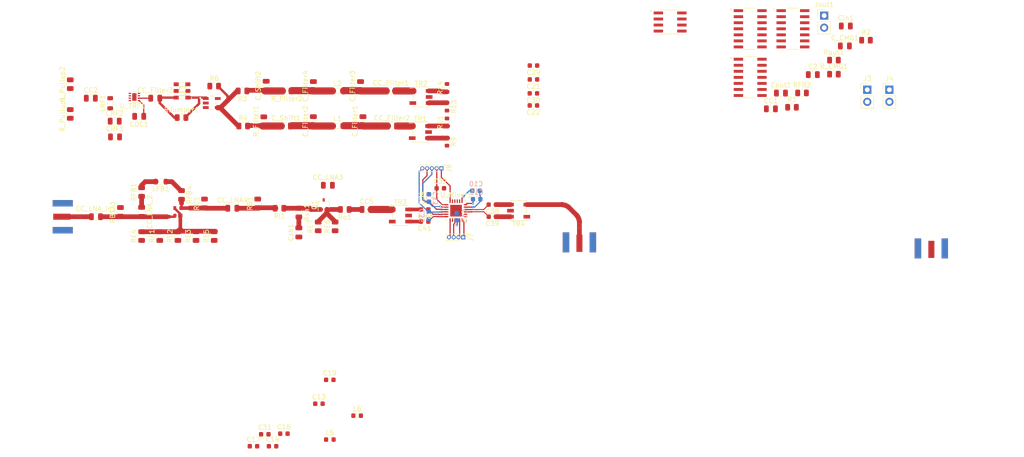
<source format=kicad_pcb>
(kicad_pcb (version 20171130) (host pcbnew "(5.1.9)-1")
  (layers (0 F.Cu signal) (31 B.Cu signal) (34 B.Paste user) (35 F.Paste user) (36 B.SilkS user) (37 F.SilkS user) (38 B.Mask user) (39 F.Mask user) (44 Edge.Cuts user))
  (net 0 "")
  (net 1 GND)
  (net 2 "Net-(CC5-Pad1)")
  (net 3 "Net-(LFB1-Pad2)")
  (net 4 "Net-(LFB1-Pad1)")
  (net 5 "Net-(Q1-Pad2)")
  (net 6 "Net-(Q1-Pad1)")
  (net 7 "Net-(RE1-Pad2)")
  (net 8 "Net-(C13-Pad1)")
  (net 9 /Mixer/LO_In)
  (net 10 /LNA/LNA_Out)
  (net 11 "Net-(C19-Pad1)")
  (net 12 REF)
  (net 13 /Mixer/IP2Q)
  (net 14 /Mixer/DCOQ)
  (net 15 /Mixer/DCOI)
  (net 16 /Mixer/IP21)
  (net 17 /Mixer/LO+)
  (net 18 /Mixer/LO-)
  (net 19 /Mixer/RF+)
  (net 20 /Mixer/RF-)
  (net 21 /LNA/AntennaIn)
  (net 22 "Net-(Csh1-Pad2)")
  (net 23 EN)
  (net 24 Vbias)
  (net 25 EDC)
  (net 26 EIP2)
  (net 27 /IF_FilterAndAmp/CMG)
  (net 28 +5V)
  (net 29 /DiffToSingle/I_Single_Ended)
  (net 30 /SummerAndAmp/I)
  (net 31 /DiffToSingle/Q_Single_Ended)
  (net 32 /SummerAndAmp/Q)
  (net 33 "Net-(C_Shift1-Pad1)")
  (net 34 "Net-(C_Shift2-Pad1)")
  (net 35 "Net-(CC2-Pad2)")
  (net 36 /IF_FilterAndAmp/FilteredIF)
  (net 37 "Net-(CC_Filter1-Pad2)")
  (net 38 "Net-(CC_Filter2-Pad2)")
  (net 39 "Net-(CC_Filter3-Pad1)")
  (net 40 "Net-(CC_LNA4-Pad2)")
  (net 41 "Net-(CC_LNA4-Pad1)")
  (net 42 "Net-(CC_LNA_2-Pad2)")
  (net 43 "Net-(CC_LNA_2-Pad1)")
  (net 44 3.3V)
  (net 45 "Net-(Cin1-Pad1)")
  (net 46 /IF_FilterAndAmp/AudioSignalOut)
  (net 47 "Net-(IC2-Pad13)")
  (net 48 "Net-(IC2-Pad12)")
  (net 49 "Net-(IC2-Pad11)")
  (net 50 "Net-(IC2-Pad10)")
  (net 51 "Net-(IC2-Pad9)")
  (net 52 "Net-(IC2-Pad8)")
  (net 53 "Net-(IC2-Pad6)")
  (net 54 "Net-(IC2-Pad5)")
  (net 55 "Net-(IC2-Pad4)")
  (net 56 "Net-(IC2-Pad3)")
  (net 57 /IF_FilterAndAmp/IFQ_LIM)
  (net 58 /IF_FilterAndAmp/IF_Lim)
  (net 59 "Net-(R3-Pad2)")
  (net 60 /IF_FilterAndAmp/IF_In)
  (net 61 /DiffToSingle/I-)
  (net 62 /DiffToSingle/I+)
  (net 63 /DiffToSingle/Q+)
  (net 64 /DiffToSingle/Q-)
  (net 65 /IF_FilterAndAmp/CMGOUT)
  (net 66 "Net-(RFB2-Pad2)")
  (net 67 -5V)
  (net 68 "Net-(U2-Pad14)")
  (net 69 "Net-(U2-Pad13)")
  (net 70 "Net-(U2-Pad12)")
  (net 71 "Net-(U2-Pad10)")
  (net 72 "Net-(U2-Pad9)")
  (net 73 "Net-(U2-Pad8)")
  (net 74 "Net-(U2-Pad7)")
  (net 75 "Net-(U2-Pad6)")
  (net 76 "Net-(U2-Pad5)")
  (net 77 "Net-(U3-Pad4)")
  (net 78 "Net-(U3-Pad3)")
  (net 79 /IF_FilterAndAmp/5Y)
  (net 80 /IF_FilterAndAmp/4Y)
  (net 81 /IF_FilterAndAmp/3Y)
  (net 82 /IF_FilterAndAmp/2Y)
  (net 83 /IF_FilterAndAmp/1Y)
  (net 84 "Net-(U_TRF1-Pad6)")
  (net 85 "Net-(U_TRF1-Pad4)")
  (net 86 "Net-(U_TRF1-Pad8)")
  (net 87 "Net-(U_TRF1-Pad3)")
  (net 88 /Mixer/RF_Out+)
  (net 89 /Mixer/RF_Out-)
  (net 90 /Mixer/LO_In+)
  (net 91 /Mixer/LO_In-)
  (net 92 /Mixer/VCap)
  (net 93 /Mixer/CMQ)
  (net 94 /Mixer/CMI)
  (net 95 "Net-(CC_Filter3-Pad2)")
  (module AdditionalLibs:SOIC127P599X175-8N (layer F.Cu) (at 158.496 39.116)
    (fp_text reference U_Limiter1 (at -0.385 -3.537) (layer F.SilkS) (effects (font (thickness 0.015))))
    (fp_text value TLV3501AID)
    (pad 8 smd rect (at 2.47 -1.905) (size 1.97 0.6) (layers F.Cu F.Paste F.Mask) (net 1 GND))
    (pad 7 smd rect (at 2.47 -0.635) (size 1.97 0.6) (layers F.Cu F.Paste F.Mask) (net 28 +5V))
    (pad 6 smd rect (at 2.47 0.635) (size 1.97 0.6) (layers F.Cu F.Paste F.Mask) (net 58 /IF_FilterAndAmp/IF_Lim))
    (pad 5 smd rect (at 2.47 1.905) (size 1.97 0.6) (layers F.Cu F.Paste F.Mask))
    (pad 4 smd rect (at -2.47 1.905) (size 1.97 0.6) (layers F.Cu F.Paste F.Mask) (net 1 GND))
    (pad 3 smd rect (at -2.47 0.635) (size 1.97 0.6) (layers F.Cu F.Paste F.Mask) (net 36 /IF_FilterAndAmp/FilteredIF))
    (pad 2 smd rect (at -2.47 -0.635) (size 1.97 0.6) (layers F.Cu F.Paste F.Mask) (net 27 /IF_FilterAndAmp/CMG))
    (pad 1 smd rect (at -2.47 -1.905) (size 1.97 0.6) (layers F.Cu F.Paste F.Mask))
  )
  (module AdditionalLibs:SOIC127P600X175-14N (layer F.Cu) (at 175.313 40.54)
    (fp_text reference U4 (at -0.425 -5.435) (layer F.SilkS) (effects (font (thickness 0.015))))
    (fp_text value SN74ACT04IDREP)
    (pad 14 smd rect (at 2.475 -3.81) (size 1.97 0.6) (layers F.Cu F.Paste F.Mask) (net 28 +5V))
    (pad 13 smd rect (at 2.475 -2.54) (size 1.97 0.6) (layers F.Cu F.Paste F.Mask) (net 79 /IF_FilterAndAmp/5Y))
    (pad 12 smd rect (at 2.475 -1.27) (size 1.97 0.6) (layers F.Cu F.Paste F.Mask) (net 57 /IF_FilterAndAmp/IFQ_LIM))
    (pad 11 smd rect (at 2.475 0) (size 1.97 0.6) (layers F.Cu F.Paste F.Mask) (net 80 /IF_FilterAndAmp/4Y))
    (pad 10 smd rect (at 2.475 1.27) (size 1.97 0.6) (layers F.Cu F.Paste F.Mask) (net 79 /IF_FilterAndAmp/5Y))
    (pad 9 smd rect (at 2.475 2.54) (size 1.97 0.6) (layers F.Cu F.Paste F.Mask) (net 81 /IF_FilterAndAmp/3Y))
    (pad 8 smd rect (at 2.475 3.81) (size 1.97 0.6) (layers F.Cu F.Paste F.Mask) (net 80 /IF_FilterAndAmp/4Y))
    (pad 7 smd rect (at -2.475 3.81) (size 1.97 0.6) (layers F.Cu F.Paste F.Mask) (net 1 GND))
    (pad 6 smd rect (at -2.475 2.54) (size 1.97 0.6) (layers F.Cu F.Paste F.Mask) (net 81 /IF_FilterAndAmp/3Y))
    (pad 5 smd rect (at -2.475 1.27) (size 1.97 0.6) (layers F.Cu F.Paste F.Mask) (net 82 /IF_FilterAndAmp/2Y))
    (pad 4 smd rect (at -2.475 0) (size 1.97 0.6) (layers F.Cu F.Paste F.Mask) (net 82 /IF_FilterAndAmp/2Y))
    (pad 3 smd rect (at -2.475 -1.27) (size 1.97 0.6) (layers F.Cu F.Paste F.Mask) (net 83 /IF_FilterAndAmp/1Y))
    (pad 2 smd rect (at -2.475 -2.54) (size 1.97 0.6) (layers F.Cu F.Paste F.Mask) (net 83 /IF_FilterAndAmp/1Y))
    (pad 1 smd rect (at -2.475 -3.81) (size 1.97 0.6) (layers F.Cu F.Paste F.Mask) (net 58 /IF_FilterAndAmp/IF_Lim))
  )
  (module AdditionalLibs:SFECF10M7DF00R0 (layer F.Cu) (at 56.134 53.594 90)
    (fp_text reference U3 (at 0 0 90) (layer F.SilkS) (effects (font (size 1.27 1.27) (thickness 0.254))))
    (fp_text value SFECF10M7EA00-R0 hide)
    (pad 6 smd rect (at -1.4 -1.375 90) (size 0.8 1.05) (layers F.Cu F.Paste F.Mask) (net 95 "Net-(CC_Filter3-Pad2)"))
    (pad 5 smd rect (at 0 -1.375 90) (size 0.8 1.05) (layers F.Cu F.Paste F.Mask) (net 1 GND))
    (pad 4 smd rect (at 1.4 -1.375 90) (size 0.8 1.05) (layers F.Cu F.Paste F.Mask) (net 77 "Net-(U3-Pad4)"))
    (pad 3 smd rect (at 1.4 1.075 90) (size 0.8 1.05) (layers F.Cu F.Paste F.Mask) (net 78 "Net-(U3-Pad3)"))
    (pad 2 smd rect (at 0 1.075 90) (size 0.8 1.05) (layers F.Cu F.Paste F.Mask) (net 1 GND))
    (pad 1 smd rect (at -1.4 1.075 90) (size 0.8 1.05) (layers F.Cu F.Paste F.Mask) (net 60 /IF_FilterAndAmp/IF_In))
  )
  (module AdditionalLibs:SOIC127P600X175-14N (layer F.Cu) (at 175.313 50.74)
    (fp_text reference U2 (at -0.425 -5.435) (layer F.SilkS) (effects (font (thickness 0.015))))
    (fp_text value TLV2374ID)
    (pad 14 smd rect (at 2.475 -3.81) (size 1.97 0.6) (layers F.Cu F.Paste F.Mask) (net 68 "Net-(U2-Pad14)"))
    (pad 13 smd rect (at 2.475 -2.54) (size 1.97 0.6) (layers F.Cu F.Paste F.Mask) (net 69 "Net-(U2-Pad13)"))
    (pad 12 smd rect (at 2.475 -1.27) (size 1.97 0.6) (layers F.Cu F.Paste F.Mask) (net 70 "Net-(U2-Pad12)"))
    (pad 11 smd rect (at 2.475 0) (size 1.97 0.6) (layers F.Cu F.Paste F.Mask) (net 1 GND))
    (pad 10 smd rect (at 2.475 1.27) (size 1.97 0.6) (layers F.Cu F.Paste F.Mask) (net 71 "Net-(U2-Pad10)"))
    (pad 9 smd rect (at 2.475 2.54) (size 1.97 0.6) (layers F.Cu F.Paste F.Mask) (net 72 "Net-(U2-Pad9)"))
    (pad 8 smd rect (at 2.475 3.81) (size 1.97 0.6) (layers F.Cu F.Paste F.Mask) (net 73 "Net-(U2-Pad8)"))
    (pad 7 smd rect (at -2.475 3.81) (size 1.97 0.6) (layers F.Cu F.Paste F.Mask) (net 74 "Net-(U2-Pad7)"))
    (pad 6 smd rect (at -2.475 2.54) (size 1.97 0.6) (layers F.Cu F.Paste F.Mask) (net 75 "Net-(U2-Pad6)"))
    (pad 5 smd rect (at -2.475 1.27) (size 1.97 0.6) (layers F.Cu F.Paste F.Mask) (net 76 "Net-(U2-Pad5)"))
    (pad 4 smd rect (at -2.475 0) (size 1.97 0.6) (layers F.Cu F.Paste F.Mask) (net 28 +5V))
    (pad 3 smd rect (at -2.475 -1.27) (size 1.97 0.6) (layers F.Cu F.Paste F.Mask) (net 45 "Net-(Cin1-Pad1)"))
    (pad 2 smd rect (at -2.475 -2.54) (size 1.97 0.6) (layers F.Cu F.Paste F.Mask) (net 66 "Net-(RFB2-Pad2)"))
    (pad 1 smd rect (at -2.475 -3.81) (size 1.97 0.6) (layers F.Cu F.Paste F.Mask) (net 65 /IF_FilterAndAmp/CMGOUT))
  )
  (module AdditionalLibs:SOT95P280X145-5N (layer F.Cu) (at 62.23 56.134)
    (fp_text reference U1 (at -0.06 -2.508) (layer F.SilkS) (effects (font (size 0.8 0.8) (thickness 0.015))))
    (fp_text value LMV116MF)
    (pad 5 smd rect (at 1.255 -0.95) (size 1.21 0.59) (layers F.Cu F.Paste F.Mask) (net 28 +5V))
    (pad 4 smd rect (at 1.255 0.95) (size 1.21 0.59) (layers F.Cu F.Paste F.Mask) (net 59 "Net-(R3-Pad2)"))
    (pad 3 smd rect (at -1.255 0.95) (size 1.21 0.59) (layers F.Cu F.Paste F.Mask) (net 1 GND))
    (pad 2 smd rect (at -1.255 0) (size 1.21 0.59) (layers F.Cu F.Paste F.Mask) (net 67 -5V))
    (pad 1 smd rect (at -1.255 -0.95) (size 1.21 0.59) (layers F.Cu F.Paste F.Mask) (net 60 /IF_FilterAndAmp/IF_In))
  )
  (module AdditionalLibs:SAMTEC_SMA-J-P-H-ST-EM1 (layer F.Cu) (at 139.446 85.598)
    (fp_text reference J2 (at -0.34105 -3.66967) (layer F.SilkS) (effects (font (thickness 0.015))))
    (fp_text value SMA-J-P-H-ST-EM1)
    (pad 3_2 smd rect (at 2.825 -0.2) (size 1.35 4.2) (layers B.Cu B.Paste B.Mask) (net 1 GND))
    (pad 2_2 smd rect (at -2.825 -0.2) (size 1.35 4.2) (layers B.Cu B.Paste B.Mask) (net 1 GND))
    (pad 3_1 smd rect (at 2.825 -0.2) (size 1.35 4.2) (layers F.Cu F.Paste F.Mask) (net 1 GND))
    (pad 2_1 smd rect (at -2.825 -0.2) (size 1.35 4.2) (layers F.Cu F.Paste F.Mask) (net 1 GND))
    (pad 1 smd rect (at 0 0) (size 1.27 3.6) (layers F.Cu F.Paste F.Mask) (net 9 /Mixer/LO_In))
  )
  (module AdditionalLibs:SAMTEC_SMA-J-P-H-ST-EM1 (layer F.Cu) (at 30.734 80.01 270)
    (fp_text reference J1 (at -0.34105 -3.66967 90) (layer F.SilkS) (effects (font (thickness 0.015))))
    (fp_text value SMA-J-P-H-ST-EM1)
    (pad 3_2 smd rect (at 2.825 -0.2 270) (size 1.35 4.2) (layers B.Cu B.Paste B.Mask) (net 1 GND))
    (pad 2_2 smd rect (at -2.825 -0.2 270) (size 1.35 4.2) (layers B.Cu B.Paste B.Mask) (net 1 GND))
    (pad 3_1 smd rect (at 2.825 -0.2 270) (size 1.35 4.2) (layers F.Cu F.Paste F.Mask) (net 1 GND))
    (pad 2_1 smd rect (at -2.825 -0.2 270) (size 1.35 4.2) (layers F.Cu F.Paste F.Mask) (net 1 GND))
    (pad 1 smd rect (at 0 0 270) (size 1.27 3.6) (layers F.Cu F.Paste F.Mask) (net 21 /LNA/AntennaIn))
  )
  (module AdditionalLibs:SOIC127P600X175-14N (layer F.Cu) (at 184.293 40.54)
    (fp_text reference IC2 (at -0.425 -5.435) (layer F.SilkS) (effects (font (thickness 0.015))))
    (fp_text value MC74ACT86DG)
    (pad 14 smd rect (at 2.475 -3.81) (size 1.97 0.6) (layers F.Cu F.Paste F.Mask) (net 28 +5V))
    (pad 13 smd rect (at 2.475 -2.54) (size 1.97 0.6) (layers F.Cu F.Paste F.Mask) (net 47 "Net-(IC2-Pad13)"))
    (pad 12 smd rect (at 2.475 -1.27) (size 1.97 0.6) (layers F.Cu F.Paste F.Mask) (net 48 "Net-(IC2-Pad12)"))
    (pad 11 smd rect (at 2.475 0) (size 1.97 0.6) (layers F.Cu F.Paste F.Mask) (net 49 "Net-(IC2-Pad11)"))
    (pad 10 smd rect (at 2.475 1.27) (size 1.97 0.6) (layers F.Cu F.Paste F.Mask) (net 50 "Net-(IC2-Pad10)"))
    (pad 9 smd rect (at 2.475 2.54) (size 1.97 0.6) (layers F.Cu F.Paste F.Mask) (net 51 "Net-(IC2-Pad9)"))
    (pad 8 smd rect (at 2.475 3.81) (size 1.97 0.6) (layers F.Cu F.Paste F.Mask) (net 52 "Net-(IC2-Pad8)"))
    (pad 7 smd rect (at -2.475 3.81) (size 1.97 0.6) (layers F.Cu F.Paste F.Mask) (net 1 GND))
    (pad 6 smd rect (at -2.475 2.54) (size 1.97 0.6) (layers F.Cu F.Paste F.Mask) (net 53 "Net-(IC2-Pad6)"))
    (pad 5 smd rect (at -2.475 1.27) (size 1.97 0.6) (layers F.Cu F.Paste F.Mask) (net 54 "Net-(IC2-Pad5)"))
    (pad 4 smd rect (at -2.475 0) (size 1.97 0.6) (layers F.Cu F.Paste F.Mask) (net 55 "Net-(IC2-Pad4)"))
    (pad 3 smd rect (at -2.475 -1.27) (size 1.97 0.6) (layers F.Cu F.Paste F.Mask) (net 56 "Net-(IC2-Pad3)"))
    (pad 2 smd rect (at -2.475 -2.54) (size 1.97 0.6) (layers F.Cu F.Paste F.Mask) (net 57 /IF_FilterAndAmp/IFQ_LIM))
    (pad 1 smd rect (at -2.475 -3.81) (size 1.97 0.6) (layers F.Cu F.Paste F.Mask) (net 58 /IF_FilterAndAmp/IF_Lim))
  )
  (module Connector_PinHeader_2.54mm:PinHeader_1x02_P2.54mm_Vertical (layer F.Cu) (at 204.548 53.34)
    (fp_text reference J4 (at 0 -2.33) (layer F.SilkS))
    (fp_text value Conn_01x02)
    (pad 2 thru_hole oval (at 0 2.54) (size 1.7 1.7) (drill 1) (layers *.Cu *.Mask) (net 1 GND))
    (pad 1 thru_hole rect (at 0 0) (size 1.7 1.7) (drill 1) (layers *.Cu *.Mask) (net 44 3.3V))
  )
  (module Connector_PinHeader_2.54mm:PinHeader_1x02_P2.54mm_Vertical (layer F.Cu) (at 199.898 53.34)
    (fp_text reference J3 (at 0 -2.33) (layer F.SilkS))
    (fp_text value Conn_01x02)
    (pad 2 thru_hole oval (at 0 2.54) (size 1.7 1.7) (drill 1) (layers *.Cu *.Mask) (net 67 -5V))
    (pad 1 thru_hole rect (at 0 0) (size 1.7 1.7) (drill 1) (layers *.Cu *.Mask) (net 28 +5V))
  )
  (module Package_SON:WSON-8-1EP_2x2mm_P0.5mm_EP0.9x1.6mm (layer F.Cu) (at 45.974 54.864 180)
    (fp_text reference U_TRF1 (at 0.38 -1.9) (layer F.SilkS))
    (fp_text value TRF37A73)
    (pad 6 smd rect (at 0.95 0.25 180) (size 0.5 0.25) (layers F.Cu F.Paste F.Mask) (net 84 "Net-(U_TRF1-Pad6)"))
    (pad 5 smd rect (at 0.95 0.75 180) (size 0.5 0.25) (layers F.Cu F.Paste F.Mask) (net 1 GND))
    (pad 4 smd rect (at -0.95 0.75 180) (size 0.5 0.25) (layers F.Cu F.Paste F.Mask) (net 85 "Net-(U_TRF1-Pad4)"))
    (pad 2 smd rect (at -0.95 -0.25 180) (size 0.5 0.25) (layers F.Cu F.Paste F.Mask) (net 39 "Net-(CC_Filter3-Pad1)"))
    (pad 1 smd rect (at -0.95 -0.75 180) (size 0.5 0.25) (layers F.Cu F.Paste F.Mask) (net 44 3.3V))
    (pad 9 smd rect (at 0 0 180) (size 0.9 1.6) (layers F.Cu F.Mask) (net 1 GND))
    (pad 8 smd rect (at 0.95 -0.75 180) (size 0.5 0.25) (layers F.Cu F.Paste F.Mask) (net 86 "Net-(U_TRF1-Pad8)"))
    (pad 7 smd rect (at 0.95 -0.25 180) (size 0.5 0.25) (layers F.Cu F.Paste F.Mask) (net 35 "Net-(CC2-Pad2)"))
    (pad 3 smd rect (at -0.95 0.25 180) (size 0.5 0.25) (layers F.Cu F.Paste F.Mask) (net 87 "Net-(U_TRF1-Pad3)"))
  )
  (module Package_DFN_QFN:VQFN-24-1EP_4x4mm_P0.5mm_EP2.45x2.45mm (layer F.Cu) (at 113.538 78.74)
    (fp_text reference U_Mixer1 (at 0 -3.32) (layer F.SilkS))
    (fp_text value LTC5584)
    (pad 25 smd rect (at 0 0) (size 2.45 2.45) (layers F.Cu F.Mask) (net 1 GND))
    (pad 24 smd roundrect (at -1.25 -1.9875) (size 0.25 0.775) (layers F.Cu F.Paste F.Mask) (net 12 REF))
    (pad 23 smd roundrect (at -0.75 -1.9875) (size 0.25 0.775) (layers F.Cu F.Paste F.Mask) (net 61 /DiffToSingle/I-))
    (pad 22 smd roundrect (at -0.25 -1.9875) (size 0.25 0.775) (layers F.Cu F.Paste F.Mask) (net 62 /DiffToSingle/I+))
    (pad 21 smd roundrect (at 0.25 -1.9875) (size 0.25 0.775) (layers F.Cu F.Paste F.Mask) (net 63 /DiffToSingle/Q+))
    (pad 20 smd roundrect (at 0.75 -1.9875) (size 0.25 0.775) (layers F.Cu F.Paste F.Mask) (net 64 /DiffToSingle/Q-))
    (pad 19 smd roundrect (at 1.25 -1.9875) (size 0.25 0.775) (layers F.Cu F.Paste F.Mask) (net 94 /Mixer/CMI))
    (pad 18 smd roundrect (at 1.9875 -1.25) (size 0.775 0.25) (layers F.Cu F.Paste F.Mask) (net 93 /Mixer/CMQ))
    (pad 17 smd roundrect (at 1.9875 -0.75) (size 0.775 0.25) (layers F.Cu F.Paste F.Mask) (net 92 /Mixer/VCap))
    (pad 16 smd roundrect (at 1.9875 -0.25) (size 0.775 0.25) (layers F.Cu F.Paste F.Mask) (net 90 /Mixer/LO_In+))
    (pad 15 smd roundrect (at 1.9875 0.25) (size 0.775 0.25) (layers F.Cu F.Paste F.Mask) (net 91 /Mixer/LO_In-))
    (pad 14 smd roundrect (at 1.9875 0.75) (size 0.775 0.25) (layers F.Cu F.Paste F.Mask) (net 1 GND))
    (pad 13 smd roundrect (at 1.9875 1.25) (size 0.775 0.25) (layers F.Cu F.Paste F.Mask) (net 1 GND))
    (pad 12 smd roundrect (at 1.25 1.9875) (size 0.25 0.775) (layers F.Cu F.Paste F.Mask) (net 26 EIP2))
    (pad 11 smd roundrect (at 0.75 1.9875) (size 0.25 0.775) (layers F.Cu F.Paste F.Mask) (net 25 EDC))
    (pad 10 smd roundrect (at 0.25 1.9875) (size 0.25 0.775) (layers F.Cu F.Paste F.Mask) (net 28 +5V))
    (pad 9 smd roundrect (at -0.25 1.9875) (size 0.25 0.775) (layers F.Cu F.Paste F.Mask) (net 24 Vbias))
    (pad 8 smd roundrect (at -0.75 1.9875) (size 0.25 0.775) (layers F.Cu F.Paste F.Mask) (net 1 GND))
    (pad 7 smd roundrect (at -1.25 1.9875) (size 0.25 0.775) (layers F.Cu F.Paste F.Mask) (net 23 EN))
    (pad 6 smd roundrect (at -1.9875 1.25) (size 0.775 0.25) (layers F.Cu F.Paste F.Mask) (net 89 /Mixer/RF_Out-))
    (pad 5 smd roundrect (at -1.9875 0.75) (size 0.775 0.25) (layers F.Cu F.Paste F.Mask) (net 88 /Mixer/RF_Out+))
    (pad 4 smd roundrect (at -1.9875 0.25) (size 0.775 0.25) (layers F.Cu F.Paste F.Mask) (net 16 /Mixer/IP21))
    (pad 3 smd roundrect (at -1.9875 -0.25) (size 0.775 0.25) (layers F.Cu F.Paste F.Mask) (net 15 /Mixer/DCOI))
    (pad 2 smd roundrect (at -1.9875 -0.75) (size 0.775 0.25) (layers F.Cu F.Paste F.Mask) (net 14 /Mixer/DCOQ))
    (pad 1 smd roundrect (at -1.9875 -1.25) (size 0.775 0.25) (layers F.Cu F.Paste F.Mask) (net 13 /Mixer/IP2Q))
  )
  (module AdditionalLibs:SOT343 (layer F.Cu) (at 55.118 78.994)
    (fp_text reference U_BFQ790 (at 1.690023 0.06 180) (layer F.SilkS) (effects (font (size 0.314965 0.314965) (thickness 0.015))))
    (fp_text value BFU790F)
    (pad 3 smd rect (at -0.65 -0.8) (size 0.6 0.8) (layers F.Cu F.Paste F.Mask) (net 7 "Net-(RE1-Pad2)"))
    (pad 4 smd rect (at 0.65 -0.8) (size 0.6 0.8) (layers F.Cu F.Paste F.Mask) (net 41 "Net-(CC_LNA4-Pad1)"))
    (pad 1 smd rect (at 0.5 0.8) (size 0.9 0.8) (layers F.Cu F.Paste F.Mask) (net 7 "Net-(RE1-Pad2)"))
    (pad 2 smd rect (at -0.65 0.8) (size 0.6 0.8) (layers F.Cu F.Paste F.Mask) (net 42 "Net-(CC_LNA_2-Pad2)"))
  )
  (module Transformer_SMD:Transformer_MACOM_SM-22 (layer F.Cu) (at 126.683 78.74 180)
    (fp_text reference TR4 (at 0 -2.794) (layer F.SilkS))
    (fp_text value ETC1-1-13)
    (pad 5 smd rect (at 1.715 -1.27 180) (size 1.4 0.76) (layers F.Cu F.Paste F.Mask) (net 18 /Mixer/LO-))
    (pad 4 smd rect (at 1.715 0 180) (size 1.4 0.76) (layers F.Cu F.Paste F.Mask) (net 1 GND))
    (pad 3 smd rect (at 1.715 1.27 180) (size 1.4 0.76) (layers F.Cu F.Paste F.Mask) (net 17 /Mixer/LO+))
    (pad 2 smd rect (at -1.715 1.27 180) (size 1.4 0.76) (layers F.Cu F.Paste F.Mask) (net 9 /Mixer/LO_In))
    (pad 1 smd rect (at -1.715 -1.27 180) (size 1.4 0.76) (layers F.Cu F.Paste F.Mask) (net 1 GND))
  )
  (module Transformer_SMD:Transformer_MACOM_SM-22 (layer F.Cu) (at 101.854 79.756)
    (fp_text reference TR3 (at 0 -2.794) (layer F.SilkS))
    (fp_text value ETC1-1-13)
    (pad 5 smd rect (at 1.715 -1.27) (size 1.4 0.76) (layers F.Cu F.Paste F.Mask) (net 19 /Mixer/RF+))
    (pad 4 smd rect (at 1.715 0) (size 1.4 0.76) (layers F.Cu F.Paste F.Mask) (net 1 GND))
    (pad 3 smd rect (at 1.715 1.27) (size 1.4 0.76) (layers F.Cu F.Paste F.Mask) (net 20 /Mixer/RF-))
    (pad 2 smd rect (at -1.715 1.27) (size 1.4 0.76) (layers F.Cu F.Paste F.Mask) (net 1 GND))
    (pad 1 smd rect (at -1.715 -1.27) (size 1.4 0.76) (layers F.Cu F.Paste F.Mask) (net 10 /LNA/LNA_Out))
  )
  (module Transformer_SMD:Transformer_MACOM_SM-22 (layer F.Cu) (at 106.172 54.864)
    (fp_text reference TR2 (at 0 -2.794) (layer F.SilkS))
    (fp_text value ETC1-1-13)
    (pad 5 smd rect (at 1.715 -1.27) (size 1.4 0.76) (layers F.Cu F.Paste F.Mask) (net 64 /DiffToSingle/Q-))
    (pad 4 smd rect (at 1.715 0) (size 1.4 0.76) (layers F.Cu F.Paste F.Mask) (net 1 GND))
    (pad 3 smd rect (at 1.715 1.27) (size 1.4 0.76) (layers F.Cu F.Paste F.Mask) (net 63 /DiffToSingle/Q+))
    (pad 2 smd rect (at -1.715 1.27) (size 1.4 0.76) (layers F.Cu F.Paste F.Mask) (net 1 GND))
    (pad 1 smd rect (at -1.715 -1.27) (size 1.4 0.76) (layers F.Cu F.Paste F.Mask) (net 37 "Net-(CC_Filter1-Pad2)"))
  )
  (module Transformer_SMD:Transformer_MACOM_SM-22 (layer F.Cu) (at 106.045 62.23)
    (fp_text reference TR1 (at 0 -2.794) (layer F.SilkS))
    (fp_text value ETC1-1-13)
    (pad 5 smd rect (at 1.715 -1.27) (size 1.4 0.76) (layers F.Cu F.Paste F.Mask) (net 62 /DiffToSingle/I+))
    (pad 4 smd rect (at 1.715 0) (size 1.4 0.76) (layers F.Cu F.Paste F.Mask) (net 1 GND))
    (pad 3 smd rect (at 1.715 1.27) (size 1.4 0.76) (layers F.Cu F.Paste F.Mask) (net 61 /DiffToSingle/I-))
    (pad 2 smd rect (at -1.715 1.27) (size 1.4 0.76) (layers F.Cu F.Paste F.Mask) (net 1 GND))
    (pad 1 smd rect (at -1.715 -1.27) (size 1.4 0.76) (layers F.Cu F.Paste F.Mask) (net 38 "Net-(CC_Filter2-Pad2)"))
  )
  (module Resistor_SMD:R_0805_2012Metric (layer F.Cu) (at 80.518 79.1445 270)
    (fp_text reference Rsh1 (at 0 -1.65 90) (layer F.SilkS))
    (fp_text value 120)
    (pad 2 smd roundrect (at 0.9125 0 270) (size 1.025 1.4) (layers F.Cu F.Paste F.Mask) (roundrect_rratio 0.243902) (net 22 "Net-(Csh1-Pad2)"))
    (pad 1 smd roundrect (at -0.9125 0 270) (size 1.025 1.4) (layers F.Cu F.Paste F.Mask) (roundrect_rratio 0.243902) (net 6 "Net-(Q1-Pad1)"))
  )
  (module Resistor_SMD:R_0805_2012Metric (layer F.Cu) (at 192.898 47.125)
    (fp_text reference Rout1 (at 0 -1.65) (layer F.SilkS))
    (fp_text value 33k)
    (pad 2 smd roundrect (at 0.9125 0) (size 1.025 1.4) (layers F.Cu F.Paste F.Mask) (roundrect_rratio 0.243902) (net 56 "Net-(IC2-Pad3)"))
    (pad 1 smd roundrect (at -0.9125 0) (size 1.025 1.4) (layers F.Cu F.Paste F.Mask) (roundrect_rratio 0.243902) (net 46 /IF_FilterAndAmp/AudioSignalOut))
  )
  (module Resistor_SMD:R_0805_2012Metric (layer F.Cu) (at 90.17 78.486 180)
    (fp_text reference Ro1 (at 0 -1.65) (layer F.SilkS))
    (fp_text value 27)
    (pad 2 smd roundrect (at 0.9125 0 180) (size 1.025 1.4) (layers F.Cu F.Paste F.Mask) (roundrect_rratio 0.243902) (net 5 "Net-(Q1-Pad2)"))
    (pad 1 smd roundrect (at -0.9125 0 180) (size 1.025 1.4) (layers F.Cu F.Paste F.Mask) (roundrect_rratio 0.243902) (net 2 "Net-(CC5-Pad1)"))
  )
  (module Resistor_SMD:R_0805_2012Metric (layer F.Cu) (at 55.88 59.182)
    (fp_text reference RJumper1 (at 0 -1.65) (layer F.SilkS))
    (fp_text value 0)
    (pad 2 smd roundrect (at 0.9125 0) (size 1.025 1.4) (layers F.Cu F.Paste F.Mask) (roundrect_rratio 0.243902) (net 60 /IF_FilterAndAmp/IF_In))
    (pad 1 smd roundrect (at -0.9125 0) (size 1.025 1.4) (layers F.Cu F.Paste F.Mask) (roundrect_rratio 0.243902) (net 95 "Net-(CC_Filter3-Pad2)"))
  )
  (module Resistor_SMD:R_0805_2012Metric (layer F.Cu) (at 76.454 78.232 180)
    (fp_text reference Ri1 (at 0 -1.65) (layer F.SilkS))
    (fp_text value 18)
    (pad 2 smd roundrect (at 0.9125 0 180) (size 1.025 1.4) (layers F.Cu F.Paste F.Mask) (roundrect_rratio 0.243902) (net 40 "Net-(CC_LNA4-Pad2)"))
    (pad 1 smd roundrect (at -0.9125 0 180) (size 1.025 1.4) (layers F.Cu F.Paste F.Mask) (roundrect_rratio 0.243902) (net 6 "Net-(Q1-Pad1)"))
  )
  (module Resistor_SMD:R_0805_2012Metric (layer F.Cu) (at 55.88 75.438 270)
    (fp_text reference RFB4 (at 0 -1.65 90) (layer F.SilkS))
    (fp_text value 330)
    (pad 2 smd roundrect (at 0.9125 0 270) (size 1.025 1.4) (layers F.Cu F.Paste F.Mask) (roundrect_rratio 0.243902) (net 41 "Net-(CC_LNA4-Pad1)"))
    (pad 1 smd roundrect (at -0.9125 0 270) (size 1.025 1.4) (layers F.Cu F.Paste F.Mask) (roundrect_rratio 0.243902) (net 4 "Net-(LFB1-Pad1)"))
  )
  (module Resistor_SMD:R_0805_2012Metric (layer F.Cu) (at 186.198 54.015)
    (fp_text reference RFB2 (at 0 -1.65) (layer F.SilkS))
    (fp_text value 1k)
    (pad 2 smd roundrect (at 0.9125 0) (size 1.025 1.4) (layers F.Cu F.Paste F.Mask) (roundrect_rratio 0.243902) (net 66 "Net-(RFB2-Pad2)"))
    (pad 1 smd roundrect (at -0.9125 0) (size 1.025 1.4) (layers F.Cu F.Paste F.Mask) (roundrect_rratio 0.243902) (net 65 /IF_FilterAndAmp/CMGOUT))
  )
  (module Resistor_SMD:R_0805_2012Metric (layer F.Cu) (at 47.498 74.8265 90)
    (fp_text reference RFB1 (at 0 -1.65 90) (layer F.SilkS))
    (fp_text value 330)
    (pad 2 smd roundrect (at 0.9125 0 90) (size 1.025 1.4) (layers F.Cu F.Paste F.Mask) (roundrect_rratio 0.243902) (net 3 "Net-(LFB1-Pad2)"))
    (pad 1 smd roundrect (at -0.9125 0 90) (size 1.025 1.4) (layers F.Cu F.Paste F.Mask) (roundrect_rratio 0.243902) (net 43 "Net-(CC_LNA_2-Pad1)"))
  )
  (module Resistor_SMD:R_0805_2012Metric (layer F.Cu) (at 84.582 82.042 90)
    (fp_text reference RE7 (at 0 -1.65 90) (layer F.SilkS))
    (fp_text value 150)
    (pad 2 smd roundrect (at 0.9125 0 90) (size 1.025 1.4) (layers F.Cu F.Paste F.Mask) (roundrect_rratio 0.243902) (net 5 "Net-(Q1-Pad2)"))
    (pad 1 smd roundrect (at -0.9125 0 90) (size 1.025 1.4) (layers F.Cu F.Paste F.Mask) (roundrect_rratio 0.243902) (net 1 GND))
  )
  (module Resistor_SMD:R_0805_2012Metric (layer F.Cu) (at 88.138 82.042 90)
    (fp_text reference RE6 (at 0 -1.65 90) (layer F.SilkS))
    (fp_text value 150)
    (pad 2 smd roundrect (at 0.9125 0 90) (size 1.025 1.4) (layers F.Cu F.Paste F.Mask) (roundrect_rratio 0.243902) (net 5 "Net-(Q1-Pad2)"))
    (pad 1 smd roundrect (at -0.9125 0 90) (size 1.025 1.4) (layers F.Cu F.Paste F.Mask) (roundrect_rratio 0.243902) (net 1 GND))
  )
  (module Resistor_SMD:R_0805_2012Metric (layer F.Cu) (at 62.738 84.074 90)
    (fp_text reference RE5 (at 0 -1.65 90) (layer F.SilkS))
    (fp_text value 18)
    (pad 2 smd roundrect (at 0.9125 0 90) (size 1.025 1.4) (layers F.Cu F.Paste F.Mask) (roundrect_rratio 0.243902) (net 7 "Net-(RE1-Pad2)"))
    (pad 1 smd roundrect (at -0.9125 0 90) (size 1.025 1.4) (layers F.Cu F.Paste F.Mask) (roundrect_rratio 0.243902) (net 1 GND))
  )
  (module Resistor_SMD:R_0805_2012Metric (layer F.Cu) (at 47.498 84.074 90)
    (fp_text reference RE4 (at 0 -1.65 90) (layer F.SilkS))
    (fp_text value 18)
    (pad 2 smd roundrect (at 0.9125 0 90) (size 1.025 1.4) (layers F.Cu F.Paste F.Mask) (roundrect_rratio 0.243902) (net 7 "Net-(RE1-Pad2)"))
    (pad 1 smd roundrect (at -0.9125 0 90) (size 1.025 1.4) (layers F.Cu F.Paste F.Mask) (roundrect_rratio 0.243902) (net 1 GND))
  )
  (module Resistor_SMD:R_0805_2012Metric (layer F.Cu) (at 58.928 84.074 90)
    (fp_text reference RE3 (at 0 -1.65 90) (layer F.SilkS))
    (fp_text value 18)
    (pad 2 smd roundrect (at 0.9125 0 90) (size 1.025 1.4) (layers F.Cu F.Paste F.Mask) (roundrect_rratio 0.243902) (net 7 "Net-(RE1-Pad2)"))
    (pad 1 smd roundrect (at -0.9125 0 90) (size 1.025 1.4) (layers F.Cu F.Paste F.Mask) (roundrect_rratio 0.243902) (net 1 GND))
  )
  (module Resistor_SMD:R_0805_2012Metric (layer F.Cu) (at 55.118 84.074 90)
    (fp_text reference RE2 (at 0 -1.65 90) (layer F.SilkS))
    (fp_text value 18)
    (pad 2 smd roundrect (at 0.9125 0 90) (size 1.025 1.4) (layers F.Cu F.Paste F.Mask) (roundrect_rratio 0.243902) (net 7 "Net-(RE1-Pad2)"))
    (pad 1 smd roundrect (at -0.9125 0 90) (size 1.025 1.4) (layers F.Cu F.Paste F.Mask) (roundrect_rratio 0.243902) (net 1 GND))
  )
  (module Resistor_SMD:R_0805_2012Metric (layer F.Cu) (at 51.308 84.074 90)
    (fp_text reference RE1 (at 0 -1.65 90) (layer F.SilkS))
    (fp_text value 18)
    (pad 2 smd roundrect (at 0.9125 0 90) (size 1.025 1.4) (layers F.Cu F.Paste F.Mask) (roundrect_rratio 0.243902) (net 7 "Net-(RE1-Pad2)"))
    (pad 1 smd roundrect (at -0.9125 0 90) (size 1.025 1.4) (layers F.Cu F.Paste F.Mask) (roundrect_rratio 0.243902) (net 1 GND))
  )
  (module Resistor_SMD:R_0805_2012Metric (layer F.Cu) (at 60.706 77.216 90)
    (fp_text reference RC1 (at 0 -1.65 90) (layer F.SilkS))
    (fp_text value 100)
    (pad 2 smd roundrect (at 0.9125 0 90) (size 1.025 1.4) (layers F.Cu F.Paste F.Mask) (roundrect_rratio 0.243902) (net 28 +5V))
    (pad 1 smd roundrect (at -0.9125 0 90) (size 1.025 1.4) (layers F.Cu F.Paste F.Mask) (roundrect_rratio 0.243902) (net 41 "Net-(CC_LNA4-Pad1)"))
  )
  (module Resistor_SMD:R_0805_2012Metric (layer F.Cu) (at 43.053 78.994 90)
    (fp_text reference RB1A1 (at 0 -1.65 90) (layer F.SilkS))
    (fp_text value 47k)
    (pad 2 smd roundrect (at 0.9125 0 90) (size 1.025 1.4) (layers F.Cu F.Paste F.Mask) (roundrect_rratio 0.243902) (net 28 +5V))
    (pad 1 smd roundrect (at -0.9125 0 90) (size 1.025 1.4) (layers F.Cu F.Paste F.Mask) (roundrect_rratio 0.243902) (net 42 "Net-(CC_LNA_2-Pad2)"))
  )
  (module Resistor_SMD:R_0805_2012Metric (layer F.Cu) (at 71.882 77.216 90)
    (fp_text reference RB1 (at 0 -1.65 90) (layer F.SilkS))
    (fp_text value 9.1k)
    (pad 2 smd roundrect (at 0.9125 0 90) (size 1.025 1.4) (layers F.Cu F.Paste F.Mask) (roundrect_rratio 0.243902) (net 28 +5V))
    (pad 1 smd roundrect (at -0.9125 0 90) (size 1.025 1.4) (layers F.Cu F.Paste F.Mask) (roundrect_rratio 0.243902) (net 40 "Net-(CC_LNA4-Pad2)"))
  )
  (module Resistor_SMD:R_0805_2012Metric (layer F.Cu) (at 32.512 52.1735 90)
    (fp_text reference R_Pullup2 (at 0 -1.65 90) (layer F.SilkS))
    (fp_text value 1.2k)
    (pad 2 smd roundrect (at 0.9125 0 90) (size 1.025 1.4) (layers F.Cu F.Paste F.Mask) (roundrect_rratio 0.243902) (net 1 GND))
    (pad 1 smd roundrect (at -0.9125 0 90) (size 1.025 1.4) (layers F.Cu F.Paste F.Mask) (roundrect_rratio 0.243902) (net 36 /IF_FilterAndAmp/FilteredIF))
  )
  (module Resistor_SMD:R_0805_2012Metric (layer F.Cu) (at 32.512 58.42 90)
    (fp_text reference R_Pullup1 (at 0 -1.65 90) (layer F.SilkS))
    (fp_text value 1.2k)
    (pad 2 smd roundrect (at 0.9125 0 90) (size 1.025 1.4) (layers F.Cu F.Paste F.Mask) (roundrect_rratio 0.243902) (net 36 /IF_FilterAndAmp/FilteredIF))
    (pad 1 smd roundrect (at -0.9125 0 90) (size 1.025 1.4) (layers F.Cu F.Paste F.Mask) (roundrect_rratio 0.243902) (net 28 +5V))
  )
  (module Resistor_SMD:R_0805_2012Metric (layer F.Cu) (at 77.978 53.594 180)
    (fp_text reference R_Filter2 (at 0 -1.65) (layer F.SilkS))
    (fp_text value 2.7k)
    (pad 2 smd roundrect (at 0.9125 0 180) (size 1.025 1.4) (layers F.Cu F.Paste F.Mask) (roundrect_rratio 0.243902) (net 34 "Net-(C_Shift2-Pad1)"))
    (pad 1 smd roundrect (at -0.9125 0 180) (size 1.025 1.4) (layers F.Cu F.Paste F.Mask) (roundrect_rratio 0.243902) (net 32 /SummerAndAmp/Q))
  )
  (module Resistor_SMD:R_0805_2012Metric (layer F.Cu) (at 73.152 59.944 90)
    (fp_text reference R_Filter1 (at 0 -1.65 90) (layer F.SilkS))
    (fp_text value 2.7k)
    (pad 2 smd roundrect (at 0.9125 0 90) (size 1.025 1.4) (layers F.Cu F.Paste F.Mask) (roundrect_rratio 0.243902) (net 1 GND))
    (pad 1 smd roundrect (at -0.9125 0 90) (size 1.025 1.4) (layers F.Cu F.Paste F.Mask) (roundrect_rratio 0.243902) (net 33 "Net-(C_Shift1-Pad1)"))
  )
  (module Resistor_SMD:R_0805_2012Metric (layer F.Cu) (at 192.898 50.075)
    (fp_text reference R_CMG1 (at 0 -1.65) (layer F.SilkS))
    (fp_text value 10)
    (pad 2 smd roundrect (at 0.9125 0) (size 1.025 1.4) (layers F.Cu F.Paste F.Mask) (roundrect_rratio 0.243902) (net 65 /IF_FilterAndAmp/CMGOUT))
    (pad 1 smd roundrect (at -0.9125 0) (size 1.025 1.4) (layers F.Cu F.Paste F.Mask) (roundrect_rratio 0.243902) (net 27 /IF_FilterAndAmp/CMG))
  )
  (module Resistor_SMD:R_0603_1608Metric (layer F.Cu) (at 111.633 52.959 90)
    (fp_text reference R14 (at 0 -1.43 90) (layer F.SilkS))
    (fp_text value R)
    (pad 2 smd roundrect (at 0.825 0 90) (size 0.8 0.95) (layers F.Cu F.Paste F.Mask) (net 28 +5V))
    (pad 1 smd roundrect (at -0.825 0 90) (size 0.8 0.95) (layers F.Cu F.Paste F.Mask) (net 64 /DiffToSingle/Q-))
  )
  (module Resistor_SMD:R_0603_1608Metric (layer F.Cu) (at 111.633 56.896 270)
    (fp_text reference R13 (at 0 -1.43 90) (layer F.SilkS))
    (fp_text value R)
    (pad 2 smd roundrect (at 0.825 0 270) (size 0.8 0.95) (layers F.Cu F.Paste F.Mask) (net 28 +5V))
    (pad 1 smd roundrect (at -0.825 0 270) (size 0.8 0.95) (layers F.Cu F.Paste F.Mask) (net 63 /DiffToSingle/Q+))
  )
  (module Resistor_SMD:R_0603_1608Metric (layer F.Cu) (at 111.633 60.198 90)
    (fp_text reference R11 (at 0 -1.43 90) (layer F.SilkS))
    (fp_text value R)
    (pad 2 smd roundrect (at 0.825 0 90) (size 0.8 0.95) (layers F.Cu F.Paste F.Mask) (net 28 +5V))
    (pad 1 smd roundrect (at -0.825 0 90) (size 0.8 0.95) (layers F.Cu F.Paste F.Mask) (net 62 /DiffToSingle/I+))
  )
  (module Resistor_SMD:R_0603_1608Metric (layer F.Cu) (at 111.633 64.262 270)
    (fp_text reference R9 (at 0 -1.43 90) (layer F.SilkS))
    (fp_text value R)
    (pad 2 smd roundrect (at 0.825 0 270) (size 0.8 0.95) (layers F.Cu F.Paste F.Mask) (net 28 +5V))
    (pad 1 smd roundrect (at -0.825 0 270) (size 0.8 0.95) (layers F.Cu F.Paste F.Mask) (net 61 /DiffToSingle/I-))
  )
  (module Resistor_SMD:R_0805_2012Metric (layer F.Cu) (at 62.738 52.578)
    (fp_text reference R6 (at 0 -1.65) (layer F.SilkS))
    (fp_text value 10k)
    (pad 2 smd roundrect (at 0.9125 0) (size 1.025 1.4) (layers F.Cu F.Paste F.Mask) (roundrect_rratio 0.243902) (net 59 "Net-(R3-Pad2)"))
    (pad 1 smd roundrect (at -0.9125 0) (size 1.025 1.4) (layers F.Cu F.Paste F.Mask) (roundrect_rratio 0.243902) (net 60 /IF_FilterAndAmp/IF_In))
  )
  (module Resistor_SMD:R_0805_2012Metric (layer F.Cu) (at 68.834 60.96)
    (fp_text reference R4 (at 0 -1.65) (layer F.SilkS))
    (fp_text value 10k)
    (pad 2 smd roundrect (at 0.9125 0) (size 1.025 1.4) (layers F.Cu F.Paste F.Mask) (roundrect_rratio 0.243902) (net 33 "Net-(C_Shift1-Pad1)"))
    (pad 1 smd roundrect (at -0.9125 0) (size 1.025 1.4) (layers F.Cu F.Paste F.Mask) (roundrect_rratio 0.243902) (net 59 "Net-(R3-Pad2)"))
  )
  (module Resistor_SMD:R_0805_2012Metric (layer F.Cu) (at 68.6835 53.594 180)
    (fp_text reference R3 (at 0 -1.65) (layer F.SilkS))
    (fp_text value 10k)
    (pad 2 smd roundrect (at 0.9125 0 180) (size 1.025 1.4) (layers F.Cu F.Paste F.Mask) (roundrect_rratio 0.243902) (net 59 "Net-(R3-Pad2)"))
    (pad 1 smd roundrect (at -0.9125 0 180) (size 1.025 1.4) (layers F.Cu F.Paste F.Mask) (roundrect_rratio 0.243902) (net 34 "Net-(C_Shift2-Pad1)"))
  )
  (module Resistor_SMD:R_0805_2012Metric (layer F.Cu) (at 199.628 42.935)
    (fp_text reference R2 (at 0 -1.65) (layer F.SilkS))
    (fp_text value 3.3k)
    (pad 2 smd roundrect (at 0.9125 0) (size 1.025 1.4) (layers F.Cu F.Paste F.Mask) (roundrect_rratio 0.243902) (net 1 GND))
    (pad 1 smd roundrect (at -0.9125 0) (size 1.025 1.4) (layers F.Cu F.Paste F.Mask) (roundrect_rratio 0.243902) (net 45 "Net-(Cin1-Pad1)"))
  )
  (module Resistor_SMD:R_0805_2012Metric (layer F.Cu) (at 184.088 57.025)
    (fp_text reference R1 (at 0 -1.65) (layer F.SilkS))
    (fp_text value 3.3k)
    (pad 2 smd roundrect (at 0.9125 0) (size 1.025 1.4) (layers F.Cu F.Paste F.Mask) (roundrect_rratio 0.243902) (net 45 "Net-(Cin1-Pad1)"))
    (pad 1 smd roundrect (at -0.9125 0) (size 1.025 1.4) (layers F.Cu F.Paste F.Mask) (roundrect_rratio 0.243902) (net 28 +5V))
  )
  (module Package_TO_SOT_SMD:SOT-323_SC-70 (layer F.Cu) (at 85.74 77.486 90)
    (fp_text reference Q1 (at -0.05 -1.95 90) (layer F.SilkS))
    (fp_text value Q_NPN_BEC)
    (pad 3 smd rect (at 1 0) (size 0.45 0.7) (layers F.Cu F.Paste F.Mask) (net 28 +5V))
    (pad 2 smd rect (at -1 0.65) (size 0.45 0.7) (layers F.Cu F.Paste F.Mask) (net 5 "Net-(Q1-Pad2)"))
    (pad 1 smd rect (at -1 -0.65) (size 0.45 0.7) (layers F.Cu F.Paste F.Mask) (net 6 "Net-(Q1-Pad1)"))
  )
  (module Inductor_SMD:L_0805_2012Metric (layer F.Cu) (at 40.894 56.1805 90)
    (fp_text reference LRF1 (at 0 -1.55 90) (layer F.SilkS))
    (fp_text value 100n)
    (pad 2 smd roundrect (at 1.0625 0 90) (size 0.875 1.2) (layers F.Cu F.Paste F.Mask) (net 35 "Net-(CC2-Pad2)"))
    (pad 1 smd roundrect (at -1.0625 0 90) (size 0.875 1.2) (layers F.Cu F.Paste F.Mask) (net 44 3.3V))
  )
  (module Inductor_SMD:L_0805_2012Metric (layer F.Cu) (at 51.5155 72.644 180)
    (fp_text reference LFB1 (at 0 -1.55) (layer F.SilkS))
    (fp_text value 130n)
    (pad 2 smd roundrect (at 1.0625 0 180) (size 0.875 1.2) (layers F.Cu F.Paste F.Mask) (net 3 "Net-(LFB1-Pad2)"))
    (pad 1 smd roundrect (at -1.0625 0 180) (size 0.875 1.2) (layers F.Cu F.Paste F.Mask) (net 4 "Net-(LFB1-Pad1)"))
  )
  (module Inductor_SMD:L_0603_1608Metric (layer F.Cu) (at 92.76 121.791)
    (fp_text reference L6 (at 0 -1.43) (layer F.SilkS))
    (fp_text value L)
    (pad 2 smd roundrect (at 0.7875 0) (size 0.875 0.95) (layers F.Cu F.Paste F.Mask) (net 11 "Net-(C19-Pad1)"))
    (pad 1 smd roundrect (at -0.7875 0) (size 0.875 0.95) (layers F.Cu F.Paste F.Mask) (net 10 /LNA/LNA_Out))
  )
  (module Inductor_SMD:L_0603_1608Metric (layer F.Cu) (at 87.03 126.811)
    (fp_text reference L5 (at 0 -1.43) (layer F.SilkS))
    (fp_text value L)
    (pad 2 smd roundrect (at 0.7875 0) (size 0.875 0.95) (layers F.Cu F.Paste F.Mask) (net 9 /Mixer/LO_In))
    (pad 1 smd roundrect (at -0.7875 0) (size 0.875 0.95) (layers F.Cu F.Paste F.Mask) (net 8 "Net-(C13-Pad1)"))
  )
  (module Inductor_SMD:L_0805_2012Metric (layer F.Cu) (at 88.646 53.594)
    (fp_text reference L2 (at 0 -1.55) (layer F.SilkS))
    (fp_text value 470nH)
    (pad 2 smd roundrect (at 1.0625 0) (size 0.875 1.2) (layers F.Cu F.Paste F.Mask) (net 31 /DiffToSingle/Q_Single_Ended))
    (pad 1 smd roundrect (at -1.0625 0) (size 0.875 1.2) (layers F.Cu F.Paste F.Mask) (net 32 /SummerAndAmp/Q))
  )
  (module Inductor_SMD:L_0805_2012Metric (layer F.Cu) (at 88.646 60.96)
    (fp_text reference L1 (at 0 -1.55) (layer F.SilkS))
    (fp_text value 470nH)
    (pad 2 smd roundrect (at 1.0625 0) (size 0.875 1.2) (layers F.Cu F.Paste F.Mask) (net 29 /DiffToSingle/I_Single_Ended))
    (pad 1 smd roundrect (at -1.0625 0) (size 0.875 1.2) (layers F.Cu F.Paste F.Mask) (net 30 /SummerAndAmp/I))
  )
  (module Connector_PinHeader_2.54mm:PinHeader_1x02_P2.54mm_Vertical (layer F.Cu) (at 190.848 37.765)
    (fp_text reference Jout1 (at 0 -2.33) (layer F.SilkS))
    (fp_text value Conn_01x02)
    (pad 2 thru_hole oval (at 0 2.54) (size 1.7 1.7) (drill 1) (layers *.Cu *.Mask) (net 1 GND))
    (pad 1 thru_hole rect (at 0 0) (size 1.7 1.7) (drill 1) (layers *.Cu *.Mask) (net 46 /IF_FilterAndAmp/AudioSignalOut))
  )
  (module AdditionalLibs:SAMTEC_SMA-J-P-H-ST-EM1 (layer F.Cu) (at 213.36 86.868)
    (fp_text reference J_Out1 (at -0.34105 -3.66967) (layer F.SilkS) (effects (font (thickness 0.015))))
    (fp_text value SMA-J-P-H-ST-EM1)
    (pad 3_2 smd rect (at 2.825 -0.2) (size 1.35 4.2) (layers B.Cu B.Paste B.Mask) (net 1 GND))
    (pad 2_2 smd rect (at -2.825 -0.2) (size 1.35 4.2) (layers B.Cu B.Paste B.Mask) (net 1 GND))
    (pad 3_1 smd rect (at 2.825 -0.2) (size 1.35 4.2) (layers F.Cu F.Paste F.Mask) (net 1 GND))
    (pad 2_1 smd rect (at -2.825 -0.2) (size 1.35 4.2) (layers F.Cu F.Paste F.Mask) (net 1 GND))
    (pad 1 smd rect (at 0 0) (size 1.27 3.6) (layers F.Cu F.Paste F.Mask) (net 46 /IF_FilterAndAmp/AudioSignalOut))
  )
  (module Connector_PinHeader_1.00mm:PinHeader_1x05_P1.00mm_Vertical (layer F.Cu) (at 110.458 69.85 270)
    (fp_text reference J8 (at 0 -1.56 90) (layer F.SilkS))
    (fp_text value Conn_01x05)
    (pad 5 thru_hole oval (at 0 4 270) (size 0.85 0.85) (drill 0.5) (layers *.Cu *.Mask) (net 16 /Mixer/IP21))
    (pad 4 thru_hole oval (at 0 3 270) (size 0.85 0.85) (drill 0.5) (layers *.Cu *.Mask) (net 15 /Mixer/DCOI))
    (pad 3 thru_hole oval (at 0 2 270) (size 0.85 0.85) (drill 0.5) (layers *.Cu *.Mask) (net 14 /Mixer/DCOQ))
    (pad 2 thru_hole oval (at 0 1 270) (size 0.85 0.85) (drill 0.5) (layers *.Cu *.Mask) (net 13 /Mixer/IP2Q))
    (pad 1 thru_hole rect (at 0 0 270) (size 0.85 0.85) (drill 0.5) (layers *.Cu *.Mask) (net 12 REF))
  )
  (module Connector_PinHeader_1.00mm:PinHeader_1x04_P1.00mm_Vertical (layer F.Cu) (at 115.046 84.328 270)
    (fp_text reference J7 (at 0 -1.56 90) (layer F.SilkS))
    (fp_text value Conn_01x04)
    (pad 4 thru_hole oval (at 0 3 270) (size 0.85 0.85) (drill 0.5) (layers *.Cu *.Mask) (net 23 EN))
    (pad 3 thru_hole oval (at 0 2 270) (size 0.85 0.85) (drill 0.5) (layers *.Cu *.Mask) (net 24 Vbias))
    (pad 2 thru_hole oval (at 0 1 270) (size 0.85 0.85) (drill 0.5) (layers *.Cu *.Mask) (net 25 EDC))
    (pad 1 thru_hole rect (at 0 0 270) (size 0.85 0.85) (drill 0.5) (layers *.Cu *.Mask) (net 26 EIP2))
  )
  (module Capacitor_SMD:C_0805_2012Metric (layer F.Cu) (at 80.518 83.312 90)
    (fp_text reference Csh1 (at 0 -1.68 90) (layer F.SilkS))
    (fp_text value 1.2p)
    (pad 2 smd roundrect (at 0.95 0 90) (size 1 1.45) (layers F.Cu F.Paste F.Mask) (net 22 "Net-(Csh1-Pad2)"))
    (pad 1 smd roundrect (at -0.95 0 90) (size 1 1.45) (layers F.Cu F.Paste F.Mask) (net 1 GND))
  )
  (module Capacitor_SMD:C_0805_2012Metric (layer F.Cu) (at 41.844 59.944)
    (fp_text reference CRF2 (at 0 -1.68) (layer F.SilkS))
    (fp_text value 20p)
    (pad 2 smd roundrect (at 0.95 0) (size 1 1.45) (layers F.Cu F.Paste F.Mask) (net 1 GND))
    (pad 1 smd roundrect (at -0.95 0) (size 1 1.45) (layers F.Cu F.Paste F.Mask) (net 44 3.3V))
  )
  (module Capacitor_SMD:C_0805_2012Metric (layer F.Cu) (at 41.91 63.246)
    (fp_text reference CRF1 (at 0 -1.68) (layer F.SilkS))
    (fp_text value 20p)
    (pad 2 smd roundrect (at 0.95 0) (size 1 1.45) (layers F.Cu F.Paste F.Mask) (net 1 GND))
    (pad 1 smd roundrect (at -0.95 0) (size 1 1.45) (layers F.Cu F.Paste F.Mask) (net 44 3.3V))
  )
  (module Capacitor_SMD:C_0805_2012Metric (layer F.Cu) (at 181.768 54.045)
    (fp_text reference Cout1 (at 0 -1.68) (layer F.SilkS))
    (fp_text value 100p)
    (pad 2 smd roundrect (at 0.95 0) (size 1 1.45) (layers F.Cu F.Paste F.Mask) (net 1 GND))
    (pad 1 smd roundrect (at -0.95 0) (size 1 1.45) (layers F.Cu F.Paste F.Mask) (net 46 /IF_FilterAndAmp/AudioSignalOut))
  )
  (module Capacitor_SMD:C_0805_2012Metric (layer F.Cu) (at 195.398 39.955)
    (fp_text reference Cin1 (at 0 -1.68) (layer F.SilkS))
    (fp_text value 100p)
    (pad 2 smd roundrect (at 0.95 0) (size 1 1.45) (layers F.Cu F.Paste F.Mask) (net 1 GND))
    (pad 1 smd roundrect (at -0.95 0) (size 1 1.45) (layers F.Cu F.Paste F.Mask) (net 45 "Net-(Cin1-Pad1)"))
  )
  (module Capacitor_SMD:C_0805_2012Metric (layer F.Cu) (at 46.99 58.928 180)
    (fp_text reference CDC1 (at 0 -1.68) (layer F.SilkS))
    (fp_text value .1u)
    (pad 2 smd roundrect (at 0.95 0 180) (size 1 1.45) (layers F.Cu F.Paste F.Mask) (net 1 GND))
    (pad 1 smd roundrect (at -0.95 0 180) (size 1 1.45) (layers F.Cu F.Paste F.Mask) (net 44 3.3V))
  )
  (module Capacitor_SMD:C_0805_2012Metric (layer F.Cu) (at 37.907 80.01)
    (fp_text reference CC_LNA_In1 (at 0 -1.68) (layer F.SilkS))
    (fp_text value .47u)
    (pad 2 smd roundrect (at 0.95 0) (size 1 1.45) (layers F.Cu F.Paste F.Mask) (net 42 "Net-(CC_LNA_2-Pad2)"))
    (pad 1 smd roundrect (at -0.95 0) (size 1 1.45) (layers F.Cu F.Paste F.Mask) (net 21 /LNA/AntennaIn))
  )
  (module Capacitor_SMD:C_0805_2012Metric (layer F.Cu) (at 47.498 78.994 270)
    (fp_text reference CC_LNA_2 (at 0 -1.68 90) (layer F.SilkS))
    (fp_text value .47u)
    (pad 2 smd roundrect (at 0.95 0 270) (size 1 1.45) (layers F.Cu F.Paste F.Mask) (net 42 "Net-(CC_LNA_2-Pad2)"))
    (pad 1 smd roundrect (at -0.95 0 270) (size 1 1.45) (layers F.Cu F.Paste F.Mask) (net 43 "Net-(CC_LNA_2-Pad1)"))
  )
  (module Capacitor_SMD:C_0805_2012Metric (layer F.Cu) (at 66.548 78.232)
    (fp_text reference CC_LNA4 (at 0 -1.68) (layer F.SilkS))
    (fp_text value .47u)
    (pad 2 smd roundrect (at 0.95 0) (size 1 1.45) (layers F.Cu F.Paste F.Mask) (net 40 "Net-(CC_LNA4-Pad2)"))
    (pad 1 smd roundrect (at -0.95 0) (size 1 1.45) (layers F.Cu F.Paste F.Mask) (net 41 "Net-(CC_LNA4-Pad1)"))
  )
  (module Capacitor_SMD:C_0805_2012Metric (layer F.Cu) (at 86.614 73.406)
    (fp_text reference CC_LNA3 (at 0 -1.68) (layer F.SilkS))
    (fp_text value .47u)
    (pad 2 smd roundrect (at 0.95 0) (size 1 1.45) (layers F.Cu F.Paste F.Mask) (net 1 GND))
    (pad 1 smd roundrect (at -0.95 0) (size 1 1.45) (layers F.Cu F.Paste F.Mask) (net 28 +5V))
  )
  (module Capacitor_SMD:C_0805_2012Metric (layer F.Cu) (at 50.358 55.118)
    (fp_text reference CC_Filter3 (at 0 -1.68) (layer F.SilkS))
    (fp_text value .47u)
    (pad 2 smd roundrect (at 0.95 0) (size 1 1.45) (layers F.Cu F.Paste F.Mask) (net 95 "Net-(CC_Filter3-Pad2)"))
    (pad 1 smd roundrect (at -0.95 0) (size 1 1.45) (layers F.Cu F.Paste F.Mask) (net 39 "Net-(CC_Filter3-Pad1)"))
  )
  (module Capacitor_SMD:C_0805_2012Metric (layer F.Cu) (at 100.076 60.96)
    (fp_text reference CC_Filter2 (at 0 -1.68) (layer F.SilkS))
    (fp_text value .47uF)
    (pad 2 smd roundrect (at 0.95 0) (size 1 1.45) (layers F.Cu F.Paste F.Mask) (net 38 "Net-(CC_Filter2-Pad2)"))
    (pad 1 smd roundrect (at -0.95 0) (size 1 1.45) (layers F.Cu F.Paste F.Mask) (net 29 /DiffToSingle/I_Single_Ended))
  )
  (module Capacitor_SMD:C_0805_2012Metric (layer F.Cu) (at 99.822 53.594)
    (fp_text reference CC_Filter1 (at 0 -1.68) (layer F.SilkS))
    (fp_text value .47uF)
    (pad 2 smd roundrect (at 0.95 0) (size 1 1.45) (layers F.Cu F.Paste F.Mask) (net 37 "Net-(CC_Filter1-Pad2)"))
    (pad 1 smd roundrect (at -0.95 0) (size 1 1.45) (layers F.Cu F.Paste F.Mask) (net 31 /DiffToSingle/Q_Single_Ended))
  )
  (module Capacitor_SMD:C_0805_2012Metric (layer F.Cu) (at 94.742 78.486)
    (fp_text reference CC5 (at 0 -1.68) (layer F.SilkS))
    (fp_text value .47u)
    (pad 2 smd roundrect (at 0.95 0) (size 1 1.45) (layers F.Cu F.Paste F.Mask) (net 10 /LNA/LNA_Out))
    (pad 1 smd roundrect (at -0.95 0) (size 1 1.45) (layers F.Cu F.Paste F.Mask) (net 2 "Net-(CC5-Pad1)"))
  )
  (module Capacitor_SMD:C_0805_2012Metric (layer F.Cu) (at 36.83 55.118)
    (fp_text reference CC2 (at 0 -1.68) (layer F.SilkS))
    (fp_text value .47u)
    (pad 2 smd roundrect (at 0.95 0) (size 1 1.45) (layers F.Cu F.Paste F.Mask) (net 35 "Net-(CC2-Pad2)"))
    (pad 1 smd roundrect (at -0.95 0) (size 1 1.45) (layers F.Cu F.Paste F.Mask) (net 36 /IF_FilterAndAmp/FilteredIF))
  )
  (module Capacitor_SMD:C_0805_2012Metric (layer F.Cu) (at 179.658 57.345)
    (fp_text reference CC1 (at 0 -1.68) (layer F.SilkS))
    (fp_text value .1u)
    (pad 2 smd roundrect (at 0.95 0) (size 1 1.45) (layers F.Cu F.Paste F.Mask) (net 28 +5V))
    (pad 1 smd roundrect (at -0.95 0) (size 1 1.45) (layers F.Cu F.Paste F.Mask) (net 1 GND))
  )
  (module Capacitor_SMD:C_0805_2012Metric (layer F.Cu) (at 73.66 52.512 90)
    (fp_text reference C_Shift2 (at 0 -1.68 90) (layer F.SilkS))
    (fp_text value 5.6p)
    (pad 2 smd roundrect (at 0.95 0 90) (size 1 1.45) (layers F.Cu F.Paste F.Mask) (net 1 GND))
    (pad 1 smd roundrect (at -0.95 0 90) (size 1 1.45) (layers F.Cu F.Paste F.Mask) (net 34 "Net-(C_Shift2-Pad1)"))
  )
  (module Capacitor_SMD:C_0805_2012Metric (layer F.Cu) (at 77.79 60.96)
    (fp_text reference C_Shift1 (at 0 -1.68) (layer F.SilkS))
    (fp_text value 5.6p)
    (pad 2 smd roundrect (at 0.95 0) (size 1 1.45) (layers F.Cu F.Paste F.Mask) (net 30 /SummerAndAmp/I))
    (pad 1 smd roundrect (at -0.95 0) (size 1 1.45) (layers F.Cu F.Paste F.Mask) (net 33 "Net-(C_Shift1-Pad1)"))
  )
  (module Capacitor_SMD:C_0805_2012Metric (layer F.Cu) (at 83.566 52.578 90)
    (fp_text reference C_Filter4 (at 0 -1.68 90) (layer F.SilkS))
    (fp_text value 160pF)
    (pad 2 smd roundrect (at 0.95 0 90) (size 1 1.45) (layers F.Cu F.Paste F.Mask) (net 1 GND))
    (pad 1 smd roundrect (at -0.95 0 90) (size 1 1.45) (layers F.Cu F.Paste F.Mask) (net 32 /SummerAndAmp/Q))
  )
  (module Capacitor_SMD:C_0805_2012Metric (layer F.Cu) (at 93.472 52.578 90)
    (fp_text reference C_Filter3 (at 0 -1.68 90) (layer F.SilkS))
    (fp_text value 160pF)
    (pad 2 smd roundrect (at 0.95 0 90) (size 1 1.45) (layers F.Cu F.Paste F.Mask) (net 1 GND))
    (pad 1 smd roundrect (at -0.95 0 90) (size 1 1.45) (layers F.Cu F.Paste F.Mask) (net 31 /DiffToSingle/Q_Single_Ended))
  )
  (module Capacitor_SMD:C_0805_2012Metric (layer F.Cu) (at 83.566 59.944 90)
    (fp_text reference C_Filter2 (at 0 -1.68 90) (layer F.SilkS))
    (fp_text value 160pF)
    (pad 2 smd roundrect (at 0.95 0 90) (size 1 1.45) (layers F.Cu F.Paste F.Mask) (net 1 GND))
    (pad 1 smd roundrect (at -0.95 0 90) (size 1 1.45) (layers F.Cu F.Paste F.Mask) (net 30 /SummerAndAmp/I))
  )
  (module Capacitor_SMD:C_0805_2012Metric (layer F.Cu) (at 93.98 59.944 90)
    (fp_text reference C_Filter1 (at 0 -1.68 90) (layer F.SilkS))
    (fp_text value 160pF)
    (pad 2 smd roundrect (at 0.95 0 90) (size 1 1.45) (layers F.Cu F.Paste F.Mask) (net 1 GND))
    (pad 1 smd roundrect (at -0.95 0 90) (size 1 1.45) (layers F.Cu F.Paste F.Mask) (net 29 /DiffToSingle/I_Single_Ended))
  )
  (module Capacitor_SMD:C_0805_2012Metric (layer F.Cu) (at 195.198 44.145)
    (fp_text reference C_CMG1 (at 0 -1.68) (layer F.SilkS))
    (fp_text value .22u)
    (pad 2 smd roundrect (at 0.95 0) (size 1 1.45) (layers F.Cu F.Paste F.Mask) (net 1 GND))
    (pad 1 smd roundrect (at -0.95 0) (size 1 1.45) (layers F.Cu F.Paste F.Mask) (net 27 /IF_FilterAndAmp/CMG))
  )
  (module Capacitor_SMD:C_0603_1608Metric (layer F.Cu) (at 106.934 81.026 180)
    (fp_text reference C41 (at 0 -1.43) (layer F.SilkS))
    (fp_text value C)
    (pad 2 smd roundrect (at 0.775 0 180) (size 0.9 0.95) (layers F.Cu F.Paste F.Mask) (net 20 /Mixer/RF-))
    (pad 1 smd roundrect (at -0.775 0 180) (size 0.9 0.95) (layers F.Cu F.Paste F.Mask) (net 89 /Mixer/RF_Out-))
  )
  (module Capacitor_SMD:C_0603_1608Metric (layer F.Cu) (at 106.934 78.486 180)
    (fp_text reference C40 (at 0 -1.43) (layer F.SilkS))
    (fp_text value C)
    (pad 2 smd roundrect (at 0.775 0 180) (size 0.9 0.95) (layers F.Cu F.Paste F.Mask) (net 19 /Mixer/RF+))
    (pad 1 smd roundrect (at -0.775 0 180) (size 0.9 0.95) (layers F.Cu F.Paste F.Mask) (net 88 /Mixer/RF_Out+))
  )
  (module Capacitor_SMD:C_0603_1608Metric (layer F.Cu) (at 121.171 80.01 180)
    (fp_text reference C39 (at 0 -1.43) (layer F.SilkS))
    (fp_text value C)
    (pad 2 smd roundrect (at 0.775 0 180) (size 0.9 0.95) (layers F.Cu F.Paste F.Mask) (net 91 /Mixer/LO_In-))
    (pad 1 smd roundrect (at -0.775 0 180) (size 0.9 0.95) (layers F.Cu F.Paste F.Mask) (net 18 /Mixer/LO-))
  )
  (module Capacitor_SMD:C_0603_1608Metric (layer F.Cu) (at 121.158 77.47 180)
    (fp_text reference C38 (at 0 -1.43) (layer F.SilkS))
    (fp_text value C)
    (pad 2 smd roundrect (at 0.775 0 180) (size 0.9 0.95) (layers F.Cu F.Paste F.Mask) (net 90 /Mixer/LO_In+))
    (pad 1 smd roundrect (at -0.775 0 180) (size 0.9 0.95) (layers F.Cu F.Paste F.Mask) (net 17 /Mixer/LO+))
  )
  (module Capacitor_SMD:C_0603_1608Metric (layer B.Cu) (at 107.823 79.756 270)
    (fp_text reference C35 (at 0 1.43 90) (layer B.SilkS) (effects (justify mirror)))
    (fp_text value C)
    (pad 2 smd roundrect (at 0.775 0 270) (size 0.9 0.95) (layers B.Cu B.Paste B.Mask) (net 1 GND))
    (pad 1 smd roundrect (at -0.775 0 270) (size 0.9 0.95) (layers B.Cu B.Paste B.Mask) (net 16 /Mixer/IP21))
  )
  (module Capacitor_SMD:C_0603_1608Metric (layer F.Cu) (at 107.823 76.073 90)
    (fp_text reference C34 (at 0 -1.43 90) (layer F.SilkS))
    (fp_text value C)
    (pad 2 smd roundrect (at 0.775 0 90) (size 0.9 0.95) (layers F.Cu F.Paste F.Mask) (net 1 GND))
    (pad 1 smd roundrect (at -0.775 0 90) (size 0.9 0.95) (layers F.Cu F.Paste F.Mask) (net 15 /Mixer/DCOI))
  )
  (module Capacitor_SMD:C_0603_1608Metric (layer B.Cu) (at 107.823 76.073 90)
    (fp_text reference C33 (at 0 1.43 270) (layer B.SilkS) (effects (justify mirror)))
    (fp_text value C)
    (pad 2 smd roundrect (at 0.775 0 90) (size 0.9 0.95) (layers B.Cu B.Paste B.Mask) (net 1 GND))
    (pad 1 smd roundrect (at -0.775 0 90) (size 0.9 0.95) (layers B.Cu B.Paste B.Mask) (net 14 /Mixer/DCOQ))
  )
  (module Capacitor_SMD:C_0603_1608Metric (layer F.Cu) (at 110.236 74.041)
    (fp_text reference C32 (at 0 -1.43) (layer F.SilkS))
    (fp_text value C)
    (pad 2 smd roundrect (at 0.775 0) (size 0.9 0.95) (layers F.Cu F.Paste F.Mask) (net 1 GND))
    (pad 1 smd roundrect (at -0.775 0) (size 0.9 0.95) (layers F.Cu F.Paste F.Mask) (net 13 /Mixer/IP2Q))
  )
  (module Capacitor_SMD:C_0603_1608Metric (layer F.Cu) (at 73.37 125.701)
    (fp_text reference C31 (at 0 -1.43) (layer F.SilkS))
    (fp_text value C)
    (pad 2 smd roundrect (at 0.775 0) (size 0.9 0.95) (layers F.Cu F.Paste F.Mask) (net 1 GND))
    (pad 1 smd roundrect (at -0.775 0) (size 0.9 0.95) (layers F.Cu F.Paste F.Mask) (net 12 REF))
  )
  (module Capacitor_SMD:C_0603_1608Metric (layer F.Cu) (at 129.781 54.102 180)
    (fp_text reference C30 (at 0 -1.43) (layer F.SilkS))
    (fp_text value C)
    (pad 2 smd roundrect (at 0.775 0 180) (size 0.9 0.95) (layers F.Cu F.Paste F.Mask) (net 1 GND))
    (pad 1 smd roundrect (at -0.775 0 180) (size 0.9 0.95) (layers F.Cu F.Paste F.Mask) (net 28 +5V))
  )
  (module Capacitor_SMD:C_0603_1608Metric (layer F.Cu) (at 129.794 48.26 180)
    (fp_text reference C29 (at 0 -1.43) (layer F.SilkS))
    (fp_text value C)
    (pad 2 smd roundrect (at 0.775 0 180) (size 0.9 0.95) (layers F.Cu F.Paste F.Mask) (net 1 GND))
    (pad 1 smd roundrect (at -0.775 0 180) (size 0.9 0.95) (layers F.Cu F.Paste F.Mask) (net 28 +5V))
  )
  (module Capacitor_SMD:C_0603_1608Metric (layer F.Cu) (at 129.781 56.642 180)
    (fp_text reference C22 (at 0 -1.43) (layer F.SilkS))
    (fp_text value C)
    (pad 2 smd roundrect (at 0.775 0 180) (size 0.9 0.95) (layers F.Cu F.Paste F.Mask) (net 1 GND))
    (pad 1 smd roundrect (at -0.775 0 180) (size 0.9 0.95) (layers F.Cu F.Paste F.Mask) (net 28 +5V))
  )
  (module Capacitor_SMD:C_0603_1608Metric (layer F.Cu) (at 129.794 51.181 180)
    (fp_text reference C21 (at 0 -1.43) (layer F.SilkS))
    (fp_text value C)
    (pad 2 smd roundrect (at 0.775 0 180) (size 0.9 0.95) (layers F.Cu F.Paste F.Mask) (net 1 GND))
    (pad 1 smd roundrect (at -0.775 0 180) (size 0.9 0.95) (layers F.Cu F.Paste F.Mask) (net 28 +5V))
  )
  (module Capacitor_SMD:C_0603_1608Metric (layer F.Cu) (at 87.02 114.261)
    (fp_text reference C19 (at 0 -1.43) (layer F.SilkS))
    (fp_text value C)
    (pad 2 smd roundrect (at 0.775 0) (size 0.9 0.95) (layers F.Cu F.Paste F.Mask) (net 1 GND))
    (pad 1 smd roundrect (at -0.775 0) (size 0.9 0.95) (layers F.Cu F.Paste F.Mask) (net 11 "Net-(C19-Pad1)"))
  )
  (module Capacitor_SMD:C_0603_1608Metric (layer F.Cu) (at 70.99 128.211)
    (fp_text reference C17 (at 0 -1.43) (layer F.SilkS))
    (fp_text value C)
    (pad 2 smd roundrect (at 0.775 0) (size 0.9 0.95) (layers F.Cu F.Paste F.Mask) (net 1 GND))
    (pad 1 smd roundrect (at -0.775 0) (size 0.9 0.95) (layers F.Cu F.Paste F.Mask) (net 10 /LNA/LNA_Out))
  )
  (module Capacitor_SMD:C_0603_1608Metric (layer F.Cu) (at 77.38 125.571)
    (fp_text reference C16 (at 0 -1.43) (layer F.SilkS))
    (fp_text value C)
    (pad 2 smd roundrect (at 0.775 0) (size 0.9 0.95) (layers F.Cu F.Paste F.Mask) (net 1 GND))
    (pad 1 smd roundrect (at -0.775 0) (size 0.9 0.95) (layers F.Cu F.Paste F.Mask) (net 28 +5V))
  )
  (module Capacitor_SMD:C_0603_1608Metric (layer B.Cu) (at 113.665 79.997 90)
    (fp_text reference C15 (at 0.127 1.651 90) (layer B.SilkS) (effects (justify mirror)))
    (fp_text value C)
    (pad 2 smd roundrect (at 0.775 0 90) (size 0.9 0.95) (layers B.Cu B.Paste B.Mask) (net 1 GND))
    (pad 1 smd roundrect (at -0.775 0 90) (size 0.9 0.95) (layers B.Cu B.Paste B.Mask) (net 28 +5V))
  )
  (module Capacitor_SMD:C_0603_1608Metric (layer F.Cu) (at 75 128.211)
    (fp_text reference C14 (at 0 -1.43) (layer F.SilkS))
    (fp_text value C)
    (pad 2 smd roundrect (at 0.775 0) (size 0.9 0.95) (layers F.Cu F.Paste F.Mask) (net 1 GND))
    (pad 1 smd roundrect (at -0.775 0) (size 0.9 0.95) (layers F.Cu F.Paste F.Mask) (net 9 /Mixer/LO_In))
  )
  (module Capacitor_SMD:C_0603_1608Metric (layer F.Cu) (at 84.74 119.281)
    (fp_text reference C13 (at 0 -1.43) (layer F.SilkS))
    (fp_text value C)
    (pad 2 smd roundrect (at 0.775 0) (size 0.9 0.95) (layers F.Cu F.Paste F.Mask) (net 1 GND))
    (pad 1 smd roundrect (at -0.775 0) (size 0.9 0.95) (layers F.Cu F.Paste F.Mask) (net 8 "Net-(C13-Pad1)"))
  )
  (module Capacitor_SMD:C_0603_1608Metric (layer B.Cu) (at 117.869 76.327 180)
    (fp_text reference C11 (at 0 1.43) (layer B.SilkS) (effects (justify mirror)))
    (fp_text value C)
    (pad 2 smd roundrect (at 0.775 0 180) (size 0.9 0.95) (layers B.Cu B.Paste B.Mask) (net 93 /Mixer/CMQ))
    (pad 1 smd roundrect (at -0.775 0 180) (size 0.9 0.95) (layers B.Cu B.Paste B.Mask) (net 92 /Mixer/VCap))
  )
  (module Capacitor_SMD:C_0603_1608Metric (layer B.Cu) (at 117.729 74.549 180)
    (fp_text reference C10 (at 0 1.43) (layer B.SilkS) (effects (justify mirror)))
    (fp_text value C)
    (pad 2 smd roundrect (at 0.775 0 180) (size 0.9 0.95) (layers B.Cu B.Paste B.Mask) (net 94 /Mixer/CMI))
    (pad 1 smd roundrect (at -0.775 0 180) (size 0.9 0.95) (layers B.Cu B.Paste B.Mask) (net 92 /Mixer/VCap))
  )
  (module Capacitor_SMD:C_0805_2012Metric (layer F.Cu) (at 188.468 50.165)
    (fp_text reference C2 (at 0 -1.68) (layer F.SilkS))
    (fp_text value 10n)
    (pad 2 smd roundrect (at 0.95 0) (size 1 1.45) (layers F.Cu F.Paste F.Mask) (net 1 GND))
    (pad 1 smd roundrect (at -0.95 0) (size 1 1.45) (layers F.Cu F.Paste F.Mask) (net 27 /IF_FilterAndAmp/CMG))
  )
  (via (at 115.062 75.819) (size 0.45) (drill 0.2) (layers F.Cu B.Cu) (net 94))
  (via (at 113.665 81.788) (size 0.45) (drill 0.2) (layers F.Cu B.Cu) (net 28))
  (via (at 117.094 77.216) (size 0.45) (drill 0.2) (layers F.Cu B.Cu) (net 93))
  (via (at 117.094 77.978) (size 0.45) (drill 0.2) (layers F.Cu B.Cu) (net 92))
  (via (at 110.236 77.851) (size 0.45) (drill 0.2) (layers F.Cu B.Cu) (net 14))
  (via (at 110.236 78.994) (size 0.45) (drill 0.2) (layers F.Cu B.Cu) (net 16))
  (segment (start 91.0825 78.486) (end 93.726 78.486) (width 1) (layer F.Cu) (net 2))
  (segment (start 47.498 73.914) (end 47.498 73.406) (width 1) (layer F.Cu) (net 3))
  (segment (start 47.498 73.406) (end 48.26 72.644) (width 1) (layer F.Cu) (net 3))
  (segment (start 48.26 72.644) (end 50.546 72.644) (width 1) (layer F.Cu) (net 3))
  (segment (start 52.578 72.644) (end 53.848 72.644) (width 1) (layer F.Cu) (net 4))
  (segment (start 53.848 72.644) (end 55.626 74.422) (width 1) (layer F.Cu) (net 4))
  (segment (start 86.39 78.486) (end 86.39 79.218) (width 1) (layer F.Cu) (net 5))
  (segment (start 86.39 79.218) (end 84.582 81.026) (width 1) (layer F.Cu) (net 5))
  (segment (start 86.39 79.218) (end 86.39 79.278) (width 1) (layer F.Cu) (net 5))
  (segment (start 86.39 79.278) (end 88.138 81.026) (width 1) (layer F.Cu) (net 5))
  (segment (start 86.39 78.486) (end 89.154 78.486) (width 1) (layer F.Cu) (net 5))
  (segment (start 77.3665 78.232) (end 80.772 78.232) (width 1) (layer F.Cu) (net 6))
  (segment (start 80.518 78.232) (end 82.804 78.232) (width 1) (layer F.Cu) (net 6))
  (segment (start 82.804 78.232) (end 83.058 78.486) (width 1) (layer F.Cu) (net 6))
  (segment (start 83.058 78.486) (end 85.09 78.486) (width 1) (layer F.Cu) (net 6))
  (segment (start 54.468 78.283998) (end 55.626 79.441998) (width 0.5) (layer F.Cu) (net 7))
  (segment (start 54.468 78.194) (end 54.468 78.283998) (width 0.5) (layer F.Cu) (net 7))
  (segment (start 55.118 83.058) (end 55.626 82.55) (width 1) (layer F.Cu) (net 7))
  (segment (start 62.992 83.058) (end 55.118 83.058) (width 1) (layer F.Cu) (net 7))
  (segment (start 55.618 79.794) (end 55.618 80.764) (width 0.75) (layer F.Cu) (net 7))
  (segment (start 55.626 80.772) (end 55.626 82.55) (width 0.75) (layer F.Cu) (net 7))
  (segment (start 55.618 80.764) (end 55.626 80.772) (width 0.75) (layer F.Cu) (net 7))
  (segment (start 55.118 83.1615) (end 47.3945 83.1615) (width 1) (layer F.Cu) (net 7))
  (segment (start 135.652 77.47) (end 128.398 77.47) (width 1) (layer F.Cu) (net 9))
  (segment (start 135.652 77.47) (end 135.711247 77.470727) (width 1) (layer F.Cu) (net 9))
  (segment (start 135.711247 77.470727) (end 135.770459 77.472908) (width 1) (layer F.Cu) (net 9))
  (segment (start 135.770459 77.472908) (end 135.8296 77.476541) (width 1) (layer F.Cu) (net 9))
  (segment (start 135.8296 77.476541) (end 135.888634 77.481625) (width 1) (layer F.Cu) (net 9))
  (segment (start 135.888634 77.481625) (end 135.947525 77.488155) (width 1) (layer F.Cu) (net 9))
  (segment (start 135.947525 77.488155) (end 136.006238 77.49613) (width 1) (layer F.Cu) (net 9))
  (segment (start 136.006238 77.49613) (end 136.064738 77.505542) (width 1) (layer F.Cu) (net 9))
  (segment (start 136.064738 77.505542) (end 136.122989 77.516388) (width 1) (layer F.Cu) (net 9))
  (segment (start 136.122989 77.516388) (end 136.180956 77.52866) (width 1) (layer F.Cu) (net 9))
  (segment (start 136.180956 77.52866) (end 136.238605 77.54235) (width 1) (layer F.Cu) (net 9))
  (segment (start 136.238605 77.54235) (end 136.295901 77.557452) (width 1) (layer F.Cu) (net 9))
  (segment (start 136.295901 77.557452) (end 136.352808 77.573955) (width 1) (layer F.Cu) (net 9))
  (segment (start 136.352808 77.573955) (end 136.409294 77.591849) (width 1) (layer F.Cu) (net 9))
  (segment (start 136.409294 77.591849) (end 136.465323 77.611125) (width 1) (layer F.Cu) (net 9))
  (segment (start 136.465323 77.611125) (end 136.520862 77.631769) (width 1) (layer F.Cu) (net 9))
  (segment (start 136.520862 77.631769) (end 136.575878 77.65377) (width 1) (layer F.Cu) (net 9))
  (segment (start 136.575878 77.65377) (end 136.630338 77.677115) (width 1) (layer F.Cu) (net 9))
  (segment (start 136.630338 77.677115) (end 136.684208 77.70179) (width 1) (layer F.Cu) (net 9))
  (segment (start 136.684208 77.70179) (end 136.737457 77.727779) (width 1) (layer F.Cu) (net 9))
  (segment (start 136.737457 77.727779) (end 136.790051 77.755067) (width 1) (layer F.Cu) (net 9))
  (segment (start 136.790051 77.755067) (end 136.84196 77.783637) (width 1) (layer F.Cu) (net 9))
  (segment (start 136.84196 77.783637) (end 136.893153 77.813473) (width 1) (layer F.Cu) (net 9))
  (segment (start 136.893153 77.813473) (end 136.943597 77.844556) (width 1) (layer F.Cu) (net 9))
  (segment (start 136.943597 77.844556) (end 136.993264 77.876868) (width 1) (layer F.Cu) (net 9))
  (segment (start 136.993264 77.876868) (end 137.042123 77.910388) (width 1) (layer F.Cu) (net 9))
  (segment (start 137.042123 77.910388) (end 137.090144 77.945098) (width 1) (layer F.Cu) (net 9))
  (segment (start 137.090144 77.945098) (end 137.137299 77.980976) (width 1) (layer F.Cu) (net 9))
  (segment (start 137.137299 77.980976) (end 137.183559 78.018) (width 1) (layer F.Cu) (net 9))
  (segment (start 137.183559 78.018) (end 137.228897 78.056149) (width 1) (layer F.Cu) (net 9))
  (segment (start 137.228897 78.056149) (end 137.273285 78.095398) (width 1) (layer F.Cu) (net 9))
  (segment (start 137.273285 78.095398) (end 137.316697 78.135726) (width 1) (layer F.Cu) (net 9))
  (segment (start 137.316697 78.135726) (end 137.359106 78.177106) (width 1) (layer F.Cu) (net 9))
  (segment (start 139.446 81.264) (end 139.446 86.106) (width 1) (layer F.Cu) (net 9))
  (segment (start 139.446 81.264) (end 139.445272 81.204752) (width 1) (layer F.Cu) (net 9))
  (segment (start 139.445272 81.204752) (end 139.443091 81.14554) (width 1) (layer F.Cu) (net 9))
  (segment (start 139.443091 81.14554) (end 139.439458 81.086399) (width 1) (layer F.Cu) (net 9))
  (segment (start 139.439458 81.086399) (end 139.434374 81.027365) (width 1) (layer F.Cu) (net 9))
  (segment (start 139.434374 81.027365) (end 139.427843 80.968474) (width 1) (layer F.Cu) (net 9))
  (segment (start 139.427843 80.968474) (end 139.419869 80.909761) (width 1) (layer F.Cu) (net 9))
  (segment (start 139.419869 80.909761) (end 139.410457 80.851261) (width 1) (layer F.Cu) (net 9))
  (segment (start 139.410457 80.851261) (end 139.399611 80.79301) (width 1) (layer F.Cu) (net 9))
  (segment (start 139.399611 80.79301) (end 139.387339 80.735042) (width 1) (layer F.Cu) (net 9))
  (segment (start 139.387339 80.735042) (end 139.373649 80.677393) (width 1) (layer F.Cu) (net 9))
  (segment (start 139.373649 80.677393) (end 139.358547 80.620098) (width 1) (layer F.Cu) (net 9))
  (segment (start 139.358547 80.620098) (end 139.342044 80.56319) (width 1) (layer F.Cu) (net 9))
  (segment (start 139.342044 80.56319) (end 139.32415 80.506705) (width 1) (layer F.Cu) (net 9))
  (segment (start 139.32415 80.506705) (end 139.304874 80.450675) (width 1) (layer F.Cu) (net 9))
  (segment (start 139.304874 80.450675) (end 139.28423 80.395136) (width 1) (layer F.Cu) (net 9))
  (segment (start 139.28423 80.395136) (end 139.262228 80.34012) (width 1) (layer F.Cu) (net 9))
  (segment (start 139.262228 80.34012) (end 139.238883 80.28566) (width 1) (layer F.Cu) (net 9))
  (segment (start 139.238883 80.28566) (end 139.214209 80.23179) (width 1) (layer F.Cu) (net 9))
  (segment (start 139.214209 80.23179) (end 139.18822 80.178542) (width 1) (layer F.Cu) (net 9))
  (segment (start 139.18822 80.178542) (end 139.160932 80.125947) (width 1) (layer F.Cu) (net 9))
  (segment (start 139.160932 80.125947) (end 139.132362 80.074038) (width 1) (layer F.Cu) (net 9))
  (segment (start 139.132362 80.074038) (end 139.102526 80.022845) (width 1) (layer F.Cu) (net 9))
  (segment (start 139.102526 80.022845) (end 139.071443 79.972401) (width 1) (layer F.Cu) (net 9))
  (segment (start 139.071443 79.972401) (end 139.039131 79.922734) (width 1) (layer F.Cu) (net 9))
  (segment (start 139.039131 79.922734) (end 139.00561 79.873875) (width 1) (layer F.Cu) (net 9))
  (segment (start 139.00561 79.873875) (end 138.9709 79.825854) (width 1) (layer F.Cu) (net 9))
  (segment (start 138.9709 79.825854) (end 138.935022 79.778699) (width 1) (layer F.Cu) (net 9))
  (segment (start 138.935022 79.778699) (end 138.897998 79.732438) (width 1) (layer F.Cu) (net 9))
  (segment (start 138.897998 79.732438) (end 138.85985 79.6871) (width 1) (layer F.Cu) (net 9))
  (segment (start 138.85985 79.6871) (end 138.8206 79.642712) (width 1) (layer F.Cu) (net 9))
  (segment (start 138.8206 79.642712) (end 138.780273 79.599301) (width 1) (layer F.Cu) (net 9))
  (segment (start 138.780273 79.599301) (end 138.738893 79.556893) (width 1) (layer F.Cu) (net 9))
  (segment (start 138.738893 79.556893) (end 137.359106 78.177106) (width 1) (layer F.Cu) (net 9))
  (segment (start 95.692 78.486) (end 100.076 78.486) (width 1.5) (layer F.Cu) (net 10))
  (segment (start 110.458 69.85) (end 110.458 71.723) (width 0.25) (layer F.Cu) (net 12))
  (segment (start 112.288 73.553) (end 110.458 71.723) (width 0.25) (layer F.Cu) (net 12))
  (segment (start 112.288 76.7525) (end 112.288 73.553) (width 0.25) (layer F.Cu) (net 12))
  (segment (start 110.637 77.49) (end 110.236 77.089) (width 0.2) (layer F.Cu) (net 13))
  (segment (start 111.5505 77.49) (end 110.637 77.49) (width 0.2) (layer F.Cu) (net 13))
  (segment (start 110.236 77.089) (end 109.601 76.454) (width 0.25) (layer F.Cu) (net 13))
  (segment (start 109.601 76.454) (end 109.474 76.327) (width 0.25) (layer F.Cu) (net 13))
  (segment (start 109.474 76.327) (end 109.474 73.279) (width 0.25) (layer F.Cu) (net 13))
  (segment (start 109.487 73.406) (end 109.487 69.863) (width 0.25) (layer F.Cu) (net 13))
  (segment (start 109.487 69.863) (end 109.474 69.85) (width 0.25) (layer F.Cu) (net 13))
  (segment (start 107.823 76.848) (end 107.823 76.962) (width 0.2) (layer B.Cu) (net 14))
  (segment (start 110.395003 77.868001) (end 110.236 77.868001) (width 0.2) (layer F.Cu) (net 14))
  (segment (start 110.517002 77.99) (end 110.395003 77.868001) (width 0.2) (layer F.Cu) (net 14))
  (segment (start 111.5505 77.99) (end 110.517002 77.99) (width 0.2) (layer F.Cu) (net 14))
  (segment (start 107.823 76.848) (end 107.823 77.089) (width 0.2) (layer B.Cu) (net 14))
  (segment (start 108.602001 77.868001) (end 110.236 77.868001) (width 0.2) (layer B.Cu) (net 14))
  (segment (start 107.823 77.089) (end 108.602001 77.868001) (width 0.2) (layer B.Cu) (net 14))
  (segment (start 107.823 76.848) (end 107.201 76.848) (width 0.25) (layer B.Cu) (net 14))
  (segment (start 107.201 76.848) (end 106.553 76.2) (width 0.25) (layer B.Cu) (net 14))
  (segment (start 106.553 76.2) (end 106.553 73.025) (width 0.25) (layer B.Cu) (net 14))
  (segment (start 106.553 73.025) (end 108.458 71.12) (width 0.25) (layer B.Cu) (net 14))
  (segment (start 108.458 71.12) (end 108.458 69.85) (width 0.25) (layer B.Cu) (net 14))
  (segment (start 111.5505 78.49) (end 110.538002 78.49) (width 0.25) (layer F.Cu) (net 15))
  (segment (start 110.500001 78.443999) (end 110.542002 78.486) (width 0.25) (layer F.Cu) (net 15))
  (segment (start 109.418999 78.443999) (end 110.500001 78.443999) (width 0.25) (layer F.Cu) (net 15))
  (segment (start 107.823 76.848) (end 109.418999 78.443999) (width 0.25) (layer F.Cu) (net 15))
  (segment (start 107.823 76.848) (end 106.947 76.848) (width 0.25) (layer F.Cu) (net 15))
  (segment (start 106.947 76.848) (end 106.553 76.454) (width 0.25) (layer F.Cu) (net 15))
  (segment (start 106.553 76.454) (end 106.553 72.263) (width 0.25) (layer F.Cu) (net 15))
  (segment (start 106.553 72.263) (end 107.442 71.374) (width 0.25) (layer F.Cu) (net 15))
  (segment (start 107.442 71.374) (end 107.442 69.85) (width 0.25) (layer F.Cu) (net 15))
  (segment (start 110.24 78.99) (end 110.236 78.994) (width 0.25) (layer F.Cu) (net 16))
  (segment (start 110.500001 79.036001) (end 110.236 79.036001) (width 0.25) (layer F.Cu) (net 16))
  (segment (start 110.546002 78.99) (end 110.500001 79.036001) (width 0.25) (layer F.Cu) (net 16))
  (segment (start 111.5505 78.99) (end 110.546002 78.99) (width 0.25) (layer F.Cu) (net 16))
  (segment (start 107.878001 79.036001) (end 110.236 79.036001) (width 0.25) (layer B.Cu) (net 16))
  (segment (start 107.823 78.981) (end 107.878001 79.036001) (width 0.25) (layer B.Cu) (net 16))
  (segment (start 106.458 69.85) (end 105.791 70.517) (width 0.25) (layer B.Cu) (net 16))
  (segment (start 105.791 70.517) (end 105.791 77.089) (width 0.25) (layer B.Cu) (net 16))
  (segment (start 105.791 77.089) (end 107.696 78.994) (width 0.25) (layer B.Cu) (net 16))
  (segment (start 107.696 78.994) (end 107.823 78.994) (width 0.25) (layer B.Cu) (net 16))
  (segment (start 124.968 77.47) (end 121.92 77.47) (width 1) (layer F.Cu) (net 17))
  (segment (start 124.968 80.01) (end 121.92 80.01) (width 1) (layer F.Cu) (net 18))
  (segment (start 103.569 78.486) (end 106.172 78.486) (width 0.75) (layer F.Cu) (net 19))
  (segment (start 103.569 81.026) (end 106.172 81.026) (width 0.75) (layer F.Cu) (net 20))
  (segment (start 29.972 80.01) (end 36.83 80.01) (width 1) (layer F.Cu) (net 21))
  (segment (start 80.518 80.057) (end 80.518 82.296) (width 1) (layer F.Cu) (net 22))
  (segment (start 112.288 80.7275) (end 112.288 84.054) (width 0.25) (layer F.Cu) (net 23))
  (segment (start 113.03 81.608998) (end 113.03 81.788) (width 0.25) (layer F.Cu) (net 24))
  (segment (start 113.288 81.350998) (end 113.03 81.608998) (width 0.25) (layer F.Cu) (net 24))
  (segment (start 113.288 80.7275) (end 113.288 81.350998) (width 0.25) (layer F.Cu) (net 24))
  (segment (start 113.03 81.788) (end 113.03 84.328) (width 0.25) (layer F.Cu) (net 24))
  (segment (start 114.288 80.7275) (end 114.288 81.649) (width 0.25) (layer F.Cu) (net 25))
  (segment (start 114.288 83.832) (end 114.046 84.074) (width 0.25) (layer F.Cu) (net 25))
  (segment (start 114.288 81.649) (end 114.288 83.832) (width 0.25) (layer F.Cu) (net 25))
  (segment (start 115.189 81.1285) (end 115.189 81.788) (width 0.25) (layer F.Cu) (net 26))
  (segment (start 114.788 80.7275) (end 115.189 81.1285) (width 0.25) (layer F.Cu) (net 26))
  (segment (start 115.189 81.788) (end 115.189 84.201) (width 0.25) (layer F.Cu) (net 26))
  (segment (start 113.788 81.665) (end 113.665 81.788) (width 0.25) (layer F.Cu) (net 28))
  (segment (start 113.788 80.7275) (end 113.788 81.665) (width 0.25) (layer F.Cu) (net 28))
  (segment (start 99.126 60.96) (end 94.488 60.96) (width 1.5) (layer F.Cu) (net 29))
  (segment (start 94.488 60.96) (end 93.98 60.96) (width 1.5) (layer F.Cu) (net 29))
  (segment (start 93.98 60.894) (end 89.982 60.894) (width 1.5) (layer F.Cu) (net 29))
  (segment (start 87.5835 60.96) (end 83.312 60.96) (width 1.5) (layer F.Cu) (net 30))
  (segment (start 83.566 60.894) (end 79.06 60.894) (width 1.5) (layer F.Cu) (net 30))
  (segment (start 98.872 53.594) (end 93.472 53.594) (width 1.5) (layer F.Cu) (net 31))
  (segment (start 93.472 53.528) (end 89.982 53.528) (width 1.5) (layer F.Cu) (net 31))
  (segment (start 89.982 53.528) (end 89.916 53.594) (width 1.5) (layer F.Cu) (net 31))
  (segment (start 87.5835 53.594) (end 83.312 53.594) (width 1.5) (layer F.Cu) (net 32))
  (segment (start 83.566 53.528) (end 79.06 53.528) (width 1.5) (layer F.Cu) (net 32))
  (segment (start 76.84 60.96) (end 72.898 60.96) (width 1.5) (layer F.Cu) (net 33))
  (segment (start 73.152 60.8565) (end 69.6995 60.8565) (width 1) (layer F.Cu) (net 33))
  (segment (start 77.0655 53.594) (end 73.406 53.594) (width 1.5) (layer F.Cu) (net 34))
  (segment (start 73.66 53.462) (end 69.728 53.462) (width 1) (layer F.Cu) (net 34))
  (segment (start 104.457 53.594) (end 100.838 53.594) (width 1.5) (layer F.Cu) (net 37))
  (segment (start 104.33 60.96) (end 101.346 60.96) (width 1.5) (layer F.Cu) (net 38))
  (segment (start 49.408 55.118) (end 46.749001 55.118) (width 0.25) (layer F.Cu) (net 39))
  (segment (start 67.498 78.232) (end 72.136 78.232) (width 1) (layer F.Cu) (net 40))
  (segment (start 71.882 78.1285) (end 75.5885 78.1285) (width 1) (layer F.Cu) (net 40))
  (segment (start 75.5885 78.1285) (end 75.692 78.232) (width 1) (layer F.Cu) (net 40))
  (segment (start 55.88 76.3505) (end 55.88 77.216) (width 1) (layer F.Cu) (net 41))
  (segment (start 55.88 77.216) (end 55.88 78.232) (width 0.5) (layer F.Cu) (net 41))
  (segment (start 55.768 78.194) (end 57.62 78.194) (width 0.75) (layer F.Cu) (net 41))
  (segment (start 57.62 78.194) (end 60.922 78.194) (width 1) (layer F.Cu) (net 41))
  (segment (start 60.922 78.194) (end 60.96 78.232) (width 1) (layer F.Cu) (net 41))
  (segment (start 60.96 78.232) (end 65.532 78.232) (width 1) (layer F.Cu) (net 41))
  (segment (start 38.857 80.01) (end 43.18 80.01) (width 1) (layer F.Cu) (net 42))
  (segment (start 43.18 80.01) (end 47.752 80.01) (width 1) (layer F.Cu) (net 42))
  (segment (start 47.752 80.01) (end 52.832 80.01) (width 1) (layer F.Cu) (net 42))
  (segment (start 52.832 80.01) (end 53.34 80.01) (width 0.75) (layer F.Cu) (net 42))
  (segment (start 53.34 80.01) (end 54.356 80.01) (width 0.5) (layer F.Cu) (net 42))
  (segment (start 54.356 80.01) (end 54.61 79.756) (width 0.5) (layer F.Cu) (net 42))
  (segment (start 47.498 78.044) (end 47.498 75.692) (width 1) (layer F.Cu) (net 43))
  (segment (start 47.94 58.928) (end 47.94 56.576) (width 0.25) (layer F.Cu) (net 44))
  (segment (start 47.94 56.576) (end 46.99 55.626) (width 0.25) (layer F.Cu) (net 44))
  (segment (start 67.564 53.594) (end 67.771 53.594) (width 1) (layer F.Cu) (net 59))
  (segment (start 64.262 57.404) (end 64.262 56.896) (width 1) (layer F.Cu) (net 59))
  (segment (start 67.818 60.96) (end 64.262 57.404) (width 1) (layer F.Cu) (net 59))
  (segment (start 67.9215 60.96) (end 67.818 60.96) (width 1) (layer F.Cu) (net 59))
  (segment (start 63.485 57.084) (end 63.485 57.135) (width 1) (layer F.Cu) (net 59))
  (segment (start 63.485 57.135) (end 63.5 57.15) (width 1) (layer F.Cu) (net 59))
  (segment (start 63.993 57.135) (end 64.262 57.404) (width 1) (layer F.Cu) (net 59))
  (segment (start 63.485 57.135) (end 63.993 57.135) (width 1) (layer F.Cu) (net 59))
  (segment (start 64.074 57.084) (end 64.262 56.896) (width 1) (layer F.Cu) (net 59))
  (segment (start 63.485 57.084) (end 64.074 57.084) (width 1) (layer F.Cu) (net 59))
  (segment (start 65.532 55.626) (end 65.532 54.61) (width 0.5) (layer F.Cu) (net 59))
  (segment (start 64.262 56.896) (end 65.532 55.626) (width 1) (layer F.Cu) (net 59))
  (segment (start 65.532 55.626) (end 67.564 53.594) (width 1) (layer F.Cu) (net 59))
  (segment (start 65.532 54.61) (end 63.5 52.578) (width 0.5) (layer F.Cu) (net 59))
  (segment (start 61.09 54.994) (end 61.214 55.118) (width 0.5) (layer F.Cu) (net 60))
  (segment (start 59.566 54.994) (end 59.566 56.258) (width 0.5) (layer F.Cu) (net 60))
  (segment (start 57.209 54.994) (end 59.566 54.994) (width 0.5) (layer F.Cu) (net 60))
  (segment (start 59.566 54.994) (end 61.09 54.994) (width 0.5) (layer F.Cu) (net 60))
  (segment (start 59.566 56.258) (end 56.642 59.182) (width 0.5) (layer F.Cu) (net 60))
  (segment (start 110.744 63.5) (end 107.569 63.5) (width 1) (layer F.Cu) (net 61))
  (segment (start 110.744 63.5) (end 111.76 63.5) (width 1) (layer F.Cu) (net 61))
  (segment (start 109.728 60.96) (end 107.696 60.96) (width 1) (layer F.Cu) (net 62))
  (segment (start 109.728 60.96) (end 111.76 60.96) (width 1) (layer F.Cu) (net 62))
  (segment (start 111.633 56.071) (end 107.886 56.071) (width 1) (layer F.Cu) (net 63))
  (segment (start 107.886 56.071) (end 107.823 56.134) (width 1) (layer F.Cu) (net 63))
  (segment (start 111.633 53.784) (end 110.172 53.784) (width 1) (layer F.Cu) (net 64))
  (segment (start 110.172 53.784) (end 109.982 53.594) (width 1) (layer F.Cu) (net 64))
  (segment (start 109.982 53.594) (end 107.823 53.594) (width 1) (layer F.Cu) (net 64))
  (segment (start 111.5505 79.49) (end 110.554002 79.49) (width 0.25) (layer F.Cu) (net 88))
  (segment (start 107.709 78.486) (end 107.709 78.499) (width 0.25) (layer F.Cu) (net 88))
  (segment (start 107.709 78.499) (end 108.712 79.502) (width 0.25) (layer F.Cu) (net 88))
  (segment (start 109.971999 79.544001) (end 110.500001 79.544001) (width 0.25) (layer F.Cu) (net 88))
  (segment (start 110.500001 79.544001) (end 110.554002 79.49) (width 0.25) (layer F.Cu) (net 88))
  (segment (start 109.929998 79.502) (end 109.971999 79.544001) (width 0.25) (layer F.Cu) (net 88))
  (segment (start 108.712 79.502) (end 109.929998 79.502) (width 0.25) (layer F.Cu) (net 88))
  (segment (start 107.709 81.026) (end 108.754 79.981) (width 0.2) (layer F.Cu) (net 89))
  (segment (start 111.5505 79.99) (end 111.546489 79.994011) (width 0.25) (layer F.Cu) (net 89))
  (segment (start 109.785599 79.994011) (end 111.648989 79.994011) (width 0.25) (layer F.Cu) (net 89))
  (segment (start 109.772588 79.981) (end 109.785599 79.994011) (width 0.25) (layer F.Cu) (net 89))
  (segment (start 108.754 79.981) (end 109.772588 79.981) (width 0.25) (layer F.Cu) (net 89))
  (segment (start 119.3445 78.5085) (end 117.7693 78.5085) (width 0.2) (layer F.Cu) (net 90))
  (segment (start 120.383 77.47) (end 119.3445 78.5085) (width 0.2) (layer F.Cu) (net 90))
  (segment (start 117.7693 78.5085) (end 116.84 78.5085) (width 0.2) (layer F.Cu) (net 90))
  (segment (start 116.84 78.5085) (end 115.3385 78.5085) (width 0.25) (layer F.Cu) (net 90))
  (segment (start 119.3445 78.9585) (end 117.9557 78.9585) (width 0.2) (layer F.Cu) (net 91))
  (segment (start 120.396 80.01) (end 119.3445 78.9585) (width 0.2) (layer F.Cu) (net 91))
  (segment (start 117.9557 78.9585) (end 116.84 78.9585) (width 0.2) (layer F.Cu) (net 91))
  (segment (start 116.8085 78.99) (end 116.84 78.9585) (width 0.25) (layer F.Cu) (net 91))
  (segment (start 115.5255 78.99) (end 116.8085 78.99) (width 0.25) (layer F.Cu) (net 91))
  (segment (start 117.082 77.99) (end 117.094 77.978) (width 0.25) (layer F.Cu) (net 92))
  (segment (start 115.5255 77.99) (end 117.082 77.99) (width 0.25) (layer F.Cu) (net 92))
  (segment (start 117.468 77.978) (end 117.094 77.978) (width 0.25) (layer B.Cu) (net 92))
  (segment (start 118.644 76.802) (end 117.468 77.978) (width 0.25) (layer B.Cu) (net 92))
  (segment (start 118.644 76.327) (end 118.644 76.802) (width 0.25) (layer B.Cu) (net 92))
  (segment (start 118.504 74.549) (end 118.504 75.451) (width 0.25) (layer B.Cu) (net 92))
  (segment (start 118.504 75.451) (end 118.618 75.565) (width 0.25) (layer B.Cu) (net 92))
  (segment (start 118.618 75.565) (end 118.618 76.327) (width 0.25) (layer B.Cu) (net 92))
  (segment (start 117.094 77.216) (end 115.824 77.216) (width 0.25) (layer F.Cu) (net 93))
  (segment (start 115.824 77.216) (end 115.57 77.47) (width 0.25) (layer F.Cu) (net 93))
  (segment (start 117.094 76.327) (end 117.094 77.216) (width 0.25) (layer B.Cu) (net 93))
  (segment (start 114.788 76.093) (end 115.062 75.819) (width 0.25) (layer F.Cu) (net 94))
  (segment (start 114.788 76.7525) (end 114.788 76.093) (width 0.25) (layer F.Cu) (net 94))
  (segment (start 115.062 75.819) (end 116.078 74.803) (width 0.25) (layer B.Cu) (net 94))
  (segment (start 116.078 74.803) (end 116.332 74.549) (width 0.25) (layer B.Cu) (net 94))
  (segment (start 116.332 74.549) (end 117.094 74.549) (width 0.25) (layer B.Cu) (net 94))
  (segment (start 54.9675 59.182) (end 54.356 59.182) (width 0.5) (layer F.Cu) (net 95))
  (segment (start 54.356 59.182) (end 51.308 56.134) (width 0.5) (layer F.Cu) (net 95))
  (segment (start 51.308 56.134) (end 51.308 55.118) (width 0.5) (layer F.Cu) (net 95))
  (segment (start 51.432 54.994) (end 51.308 55.118) (width 0.5) (layer F.Cu) (net 95))
  (segment (start 54.759 54.994) (end 51.432 54.994) (width 0.5) (layer F.Cu) (net 95))
)
</source>
